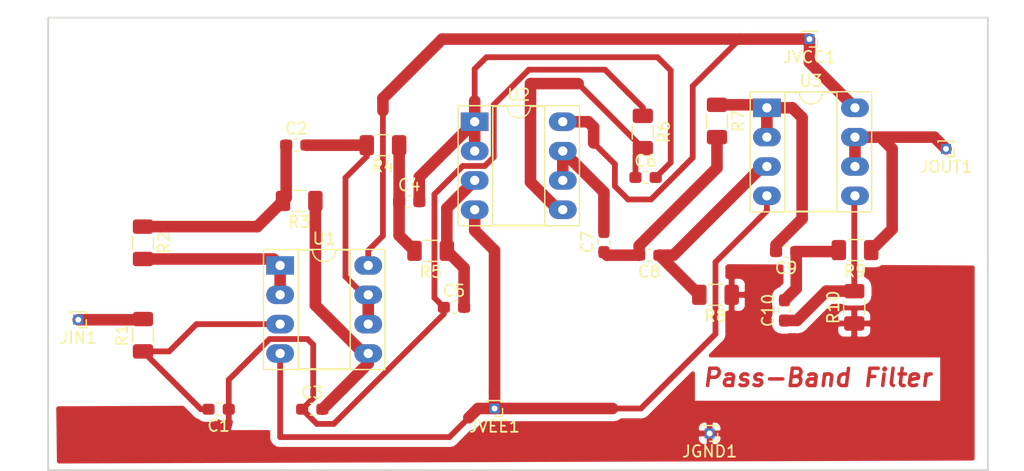
<source format=kicad_pcb>
(kicad_pcb (version 20171130) (host pcbnew "(5.0.1)-rc2")

  (general
    (thickness 1.6)
    (drawings 7)
    (tracks 153)
    (zones 0)
    (modules 28)
    (nets 21)
  )

  (page A4)
  (layers
    (0 F.Cu signal)
    (31 B.Cu signal)
    (32 B.Adhes user)
    (33 F.Adhes user)
    (34 B.Paste user)
    (35 F.Paste user)
    (36 B.SilkS user)
    (37 F.SilkS user)
    (38 B.Mask user)
    (39 F.Mask user)
    (40 Dwgs.User user)
    (41 Cmts.User user)
    (42 Eco1.User user)
    (43 Eco2.User user)
    (44 Edge.Cuts user)
    (45 Margin user)
    (46 B.CrtYd user)
    (47 F.CrtYd user)
    (48 B.Fab user)
    (49 F.Fab user)
  )

  (setup
    (last_trace_width 0.5)
    (trace_clearance 0.2)
    (zone_clearance 0.6)
    (zone_45_only no)
    (trace_min 0.2)
    (segment_width 0.2)
    (edge_width 0.15)
    (via_size 0.8)
    (via_drill 0.4)
    (via_min_size 0.4)
    (via_min_drill 0.3)
    (uvia_size 0.3)
    (uvia_drill 0.1)
    (uvias_allowed no)
    (uvia_min_size 0.2)
    (uvia_min_drill 0.1)
    (pcb_text_width 0.3)
    (pcb_text_size 1.5 1.5)
    (mod_edge_width 0.15)
    (mod_text_size 1 1)
    (mod_text_width 0.15)
    (pad_size 1.524 1.524)
    (pad_drill 0.762)
    (pad_to_mask_clearance 0.051)
    (solder_mask_min_width 0.25)
    (aux_axis_origin 0 0)
    (visible_elements 7FFFFFFF)
    (pcbplotparams
      (layerselection 0x010fc_ffffffff)
      (usegerberextensions false)
      (usegerberattributes false)
      (usegerberadvancedattributes false)
      (creategerberjobfile false)
      (excludeedgelayer true)
      (linewidth 0.100000)
      (plotframeref false)
      (viasonmask false)
      (mode 1)
      (useauxorigin false)
      (hpglpennumber 1)
      (hpglpenspeed 20)
      (hpglpendiameter 15.000000)
      (psnegative false)
      (psa4output false)
      (plotreference true)
      (plotvalue true)
      (plotinvisibletext false)
      (padsonsilk false)
      (subtractmaskfromsilk false)
      (outputformat 1)
      (mirror false)
      (drillshape 1)
      (scaleselection 1)
      (outputdirectory "./"))
  )

  (net 0 "")
  (net 1 "Net-(C1-Pad2)")
  (net 2 "Net-(C2-Pad2)")
  (net 3 GND)
  (net 4 "Net-(C3-Pad2)")
  (net 5 "Net-(C4-Pad1)")
  (net 6 "Net-(C4-Pad2)")
  (net 7 "Net-(C7-Pad1)")
  (net 8 "Net-(C7-Pad2)")
  (net 9 "Net-(C8-Pad1)")
  (net 10 "Net-(C10-Pad2)")
  (net 11 Vcc)
  (net 12 In)
  (net 13 Out)
  (net 14 Vee)
  (net 15 "Net-(R2-Pad2)")
  (net 16 "Net-(C2-Pad1)")
  (net 17 "Net-(C5-Pad2)")
  (net 18 "Net-(C6-Pad1)")
  (net 19 "Net-(C9-Pad2)")
  (net 20 "Net-(C10-Pad1)")

  (net_class Default "Esta es la clase de red por defecto."
    (clearance 0.2)
    (trace_width 0.5)
    (via_dia 0.8)
    (via_drill 0.4)
    (uvia_dia 0.3)
    (uvia_drill 0.1)
    (add_net GND)
    (add_net In)
    (add_net "Net-(C1-Pad2)")
    (add_net "Net-(C10-Pad1)")
    (add_net "Net-(C10-Pad2)")
    (add_net "Net-(C2-Pad1)")
    (add_net "Net-(C2-Pad2)")
    (add_net "Net-(C3-Pad2)")
    (add_net "Net-(C4-Pad1)")
    (add_net "Net-(C4-Pad2)")
    (add_net "Net-(C5-Pad2)")
    (add_net "Net-(C6-Pad1)")
    (add_net "Net-(C7-Pad1)")
    (add_net "Net-(C7-Pad2)")
    (add_net "Net-(C8-Pad1)")
    (add_net "Net-(C9-Pad2)")
    (add_net "Net-(R2-Pad2)")
    (add_net Out)
    (add_net Vcc)
    (add_net Vee)
  )

  (module Capacitor_SMD:C_0603_1608Metric_Pad1.05x0.95mm_HandSolder (layer F.Cu) (tedit 5B301BBE) (tstamp 5C474A86)
    (at 52.183 43.4975)
    (descr "Capacitor SMD 0603 (1608 Metric), square (rectangular) end terminal, IPC_7351 nominal with elongated pad for handsoldering. (Body size source: http://www.tortai-tech.com/upload/download/2011102023233369053.pdf), generated with kicad-footprint-generator")
    (tags "capacitor handsolder")
    (path /5C3A8E2B)
    (attr smd)
    (fp_text reference C4 (at 0 -1.43) (layer F.SilkS)
      (effects (font (size 1 1) (thickness 0.15)))
    )
    (fp_text value 43.9n (at 0 1.43) (layer F.Fab)
      (effects (font (size 1 1) (thickness 0.15)))
    )
    (fp_line (start -0.8 0.4) (end -0.8 -0.4) (layer F.Fab) (width 0.1))
    (fp_line (start -0.8 -0.4) (end 0.8 -0.4) (layer F.Fab) (width 0.1))
    (fp_line (start 0.8 -0.4) (end 0.8 0.4) (layer F.Fab) (width 0.1))
    (fp_line (start 0.8 0.4) (end -0.8 0.4) (layer F.Fab) (width 0.1))
    (fp_line (start -0.171267 -0.51) (end 0.171267 -0.51) (layer F.SilkS) (width 0.12))
    (fp_line (start -0.171267 0.51) (end 0.171267 0.51) (layer F.SilkS) (width 0.12))
    (fp_line (start -1.65 0.73) (end -1.65 -0.73) (layer F.CrtYd) (width 0.05))
    (fp_line (start -1.65 -0.73) (end 1.65 -0.73) (layer F.CrtYd) (width 0.05))
    (fp_line (start 1.65 -0.73) (end 1.65 0.73) (layer F.CrtYd) (width 0.05))
    (fp_line (start 1.65 0.73) (end -1.65 0.73) (layer F.CrtYd) (width 0.05))
    (fp_text user %R (at 0 0) (layer F.Fab)
      (effects (font (size 0.4 0.4) (thickness 0.06)))
    )
    (pad 1 smd roundrect (at -0.875 0) (size 1.05 0.95) (layers F.Cu F.Paste F.Mask) (roundrect_rratio 0.25)
      (net 5 "Net-(C4-Pad1)"))
    (pad 2 smd roundrect (at 0.875 0) (size 1.05 0.95) (layers F.Cu F.Paste F.Mask) (roundrect_rratio 0.25)
      (net 6 "Net-(C4-Pad2)"))
    (model ${KISYS3DMOD}/Capacitor_SMD.3dshapes/C_0603_1608Metric.wrl
      (at (xyz 0 0 0))
      (scale (xyz 1 1 1))
      (rotate (xyz 0 0 0))
    )
  )

  (module Capacitor_SMD:C_0603_1608Metric_Pad1.05x0.95mm_HandSolder (layer F.Cu) (tedit 5B301BBE) (tstamp 5C474A53)
    (at 35.701 61.468 180)
    (descr "Capacitor SMD 0603 (1608 Metric), square (rectangular) end terminal, IPC_7351 nominal with elongated pad for handsoldering. (Body size source: http://www.tortai-tech.com/upload/download/2011102023233369053.pdf), generated with kicad-footprint-generator")
    (tags "capacitor handsolder")
    (path /5C3B048F)
    (attr smd)
    (fp_text reference C1 (at 0 -1.43 180) (layer F.SilkS)
      (effects (font (size 1 1) (thickness 0.15)))
    )
    (fp_text value 39.6n (at 0 1.43 180) (layer F.Fab)
      (effects (font (size 1 1) (thickness 0.15)))
    )
    (fp_line (start -0.8 0.4) (end -0.8 -0.4) (layer F.Fab) (width 0.1))
    (fp_line (start -0.8 -0.4) (end 0.8 -0.4) (layer F.Fab) (width 0.1))
    (fp_line (start 0.8 -0.4) (end 0.8 0.4) (layer F.Fab) (width 0.1))
    (fp_line (start 0.8 0.4) (end -0.8 0.4) (layer F.Fab) (width 0.1))
    (fp_line (start -0.171267 -0.51) (end 0.171267 -0.51) (layer F.SilkS) (width 0.12))
    (fp_line (start -0.171267 0.51) (end 0.171267 0.51) (layer F.SilkS) (width 0.12))
    (fp_line (start -1.65 0.73) (end -1.65 -0.73) (layer F.CrtYd) (width 0.05))
    (fp_line (start -1.65 -0.73) (end 1.65 -0.73) (layer F.CrtYd) (width 0.05))
    (fp_line (start 1.65 -0.73) (end 1.65 0.73) (layer F.CrtYd) (width 0.05))
    (fp_line (start 1.65 0.73) (end -1.65 0.73) (layer F.CrtYd) (width 0.05))
    (fp_text user %R (at 0 0 180) (layer F.Fab)
      (effects (font (size 0.4 0.4) (thickness 0.06)))
    )
    (pad 1 smd roundrect (at -0.875 0 180) (size 1.05 0.95) (layers F.Cu F.Paste F.Mask) (roundrect_rratio 0.25)
      (net 3 GND))
    (pad 2 smd roundrect (at 0.875 0 180) (size 1.05 0.95) (layers F.Cu F.Paste F.Mask) (roundrect_rratio 0.25)
      (net 1 "Net-(C1-Pad2)"))
    (model ${KISYS3DMOD}/Capacitor_SMD.3dshapes/C_0603_1608Metric.wrl
      (at (xyz 0 0 0))
      (scale (xyz 1 1 1))
      (rotate (xyz 0 0 0))
    )
  )

  (module Capacitor_SMD:C_0603_1608Metric_Pad1.05x0.95mm_HandSolder (layer F.Cu) (tedit 5B301BBE) (tstamp 5C474A64)
    (at 42.418 38.599)
    (descr "Capacitor SMD 0603 (1608 Metric), square (rectangular) end terminal, IPC_7351 nominal with elongated pad for handsoldering. (Body size source: http://www.tortai-tech.com/upload/download/2011102023233369053.pdf), generated with kicad-footprint-generator")
    (tags "capacitor handsolder")
    (path /5C3A8D77)
    (attr smd)
    (fp_text reference C2 (at 0 -1.43) (layer F.SilkS)
      (effects (font (size 1 1) (thickness 0.15)))
    )
    (fp_text value 49n (at 0 1.43) (layer F.Fab)
      (effects (font (size 1 1) (thickness 0.15)))
    )
    (fp_text user %R (at 0 0) (layer F.Fab)
      (effects (font (size 0.4 0.4) (thickness 0.06)))
    )
    (fp_line (start 1.65 0.73) (end -1.65 0.73) (layer F.CrtYd) (width 0.05))
    (fp_line (start 1.65 -0.73) (end 1.65 0.73) (layer F.CrtYd) (width 0.05))
    (fp_line (start -1.65 -0.73) (end 1.65 -0.73) (layer F.CrtYd) (width 0.05))
    (fp_line (start -1.65 0.73) (end -1.65 -0.73) (layer F.CrtYd) (width 0.05))
    (fp_line (start -0.171267 0.51) (end 0.171267 0.51) (layer F.SilkS) (width 0.12))
    (fp_line (start -0.171267 -0.51) (end 0.171267 -0.51) (layer F.SilkS) (width 0.12))
    (fp_line (start 0.8 0.4) (end -0.8 0.4) (layer F.Fab) (width 0.1))
    (fp_line (start 0.8 -0.4) (end 0.8 0.4) (layer F.Fab) (width 0.1))
    (fp_line (start -0.8 -0.4) (end 0.8 -0.4) (layer F.Fab) (width 0.1))
    (fp_line (start -0.8 0.4) (end -0.8 -0.4) (layer F.Fab) (width 0.1))
    (pad 2 smd roundrect (at 0.875 0) (size 1.05 0.95) (layers F.Cu F.Paste F.Mask) (roundrect_rratio 0.25)
      (net 2 "Net-(C2-Pad2)"))
    (pad 1 smd roundrect (at -0.875 0) (size 1.05 0.95) (layers F.Cu F.Paste F.Mask) (roundrect_rratio 0.25)
      (net 16 "Net-(C2-Pad1)"))
    (model ${KISYS3DMOD}/Capacitor_SMD.3dshapes/C_0603_1608Metric.wrl
      (at (xyz 0 0 0))
      (scale (xyz 1 1 1))
      (rotate (xyz 0 0 0))
    )
  )

  (module Capacitor_SMD:C_0603_1608Metric_Pad1.05x0.95mm_HandSolder (layer F.Cu) (tedit 5B301BBE) (tstamp 5C474A75)
    (at 43.801 61.468)
    (descr "Capacitor SMD 0603 (1608 Metric), square (rectangular) end terminal, IPC_7351 nominal with elongated pad for handsoldering. (Body size source: http://www.tortai-tech.com/upload/download/2011102023233369053.pdf), generated with kicad-footprint-generator")
    (tags "capacitor handsolder")
    (path /5C3A8DF4)
    (attr smd)
    (fp_text reference C3 (at 0 -1.43) (layer F.SilkS)
      (effects (font (size 1 1) (thickness 0.15)))
    )
    (fp_text value 32n (at 0 1.43) (layer F.Fab)
      (effects (font (size 1 1) (thickness 0.15)))
    )
    (fp_line (start -0.8 0.4) (end -0.8 -0.4) (layer F.Fab) (width 0.1))
    (fp_line (start -0.8 -0.4) (end 0.8 -0.4) (layer F.Fab) (width 0.1))
    (fp_line (start 0.8 -0.4) (end 0.8 0.4) (layer F.Fab) (width 0.1))
    (fp_line (start 0.8 0.4) (end -0.8 0.4) (layer F.Fab) (width 0.1))
    (fp_line (start -0.171267 -0.51) (end 0.171267 -0.51) (layer F.SilkS) (width 0.12))
    (fp_line (start -0.171267 0.51) (end 0.171267 0.51) (layer F.SilkS) (width 0.12))
    (fp_line (start -1.65 0.73) (end -1.65 -0.73) (layer F.CrtYd) (width 0.05))
    (fp_line (start -1.65 -0.73) (end 1.65 -0.73) (layer F.CrtYd) (width 0.05))
    (fp_line (start 1.65 -0.73) (end 1.65 0.73) (layer F.CrtYd) (width 0.05))
    (fp_line (start 1.65 0.73) (end -1.65 0.73) (layer F.CrtYd) (width 0.05))
    (fp_text user %R (at 0 0) (layer F.Fab)
      (effects (font (size 0.4 0.4) (thickness 0.06)))
    )
    (pad 1 smd roundrect (at -0.875 0) (size 1.05 0.95) (layers F.Cu F.Paste F.Mask) (roundrect_rratio 0.25)
      (net 3 GND))
    (pad 2 smd roundrect (at 0.875 0) (size 1.05 0.95) (layers F.Cu F.Paste F.Mask) (roundrect_rratio 0.25)
      (net 4 "Net-(C3-Pad2)"))
    (model ${KISYS3DMOD}/Capacitor_SMD.3dshapes/C_0603_1608Metric.wrl
      (at (xyz 0 0 0))
      (scale (xyz 1 1 1))
      (rotate (xyz 0 0 0))
    )
  )

  (module Capacitor_SMD:C_0603_1608Metric_Pad1.05x0.95mm_HandSolder (layer F.Cu) (tedit 5B301BBE) (tstamp 5C474A97)
    (at 56.0565 52.6415)
    (descr "Capacitor SMD 0603 (1608 Metric), square (rectangular) end terminal, IPC_7351 nominal with elongated pad for handsoldering. (Body size source: http://www.tortai-tech.com/upload/download/2011102023233369053.pdf), generated with kicad-footprint-generator")
    (tags "capacitor handsolder")
    (path /5C3A8E43)
    (attr smd)
    (fp_text reference C5 (at 0 -1.43) (layer F.SilkS)
      (effects (font (size 1 1) (thickness 0.15)))
    )
    (fp_text value 35.9n (at 0 1.43) (layer F.Fab)
      (effects (font (size 1 1) (thickness 0.15)))
    )
    (fp_text user %R (at 0 0) (layer F.Fab)
      (effects (font (size 0.4 0.4) (thickness 0.06)))
    )
    (fp_line (start 1.65 0.73) (end -1.65 0.73) (layer F.CrtYd) (width 0.05))
    (fp_line (start 1.65 -0.73) (end 1.65 0.73) (layer F.CrtYd) (width 0.05))
    (fp_line (start -1.65 -0.73) (end 1.65 -0.73) (layer F.CrtYd) (width 0.05))
    (fp_line (start -1.65 0.73) (end -1.65 -0.73) (layer F.CrtYd) (width 0.05))
    (fp_line (start -0.171267 0.51) (end 0.171267 0.51) (layer F.SilkS) (width 0.12))
    (fp_line (start -0.171267 -0.51) (end 0.171267 -0.51) (layer F.SilkS) (width 0.12))
    (fp_line (start 0.8 0.4) (end -0.8 0.4) (layer F.Fab) (width 0.1))
    (fp_line (start 0.8 -0.4) (end 0.8 0.4) (layer F.Fab) (width 0.1))
    (fp_line (start -0.8 -0.4) (end 0.8 -0.4) (layer F.Fab) (width 0.1))
    (fp_line (start -0.8 0.4) (end -0.8 -0.4) (layer F.Fab) (width 0.1))
    (pad 2 smd roundrect (at 0.875 0) (size 1.05 0.95) (layers F.Cu F.Paste F.Mask) (roundrect_rratio 0.25)
      (net 17 "Net-(C5-Pad2)"))
    (pad 1 smd roundrect (at -0.875 0) (size 1.05 0.95) (layers F.Cu F.Paste F.Mask) (roundrect_rratio 0.25)
      (net 3 GND))
    (model ${KISYS3DMOD}/Capacitor_SMD.3dshapes/C_0603_1608Metric.wrl
      (at (xyz 0 0 0))
      (scale (xyz 1 1 1))
      (rotate (xyz 0 0 0))
    )
  )

  (module Capacitor_SMD:C_0603_1608Metric_Pad1.05x0.95mm_HandSolder (layer F.Cu) (tedit 5B301BBE) (tstamp 5C474AA8)
    (at 72.63 41.402)
    (descr "Capacitor SMD 0603 (1608 Metric), square (rectangular) end terminal, IPC_7351 nominal with elongated pad for handsoldering. (Body size source: http://www.tortai-tech.com/upload/download/2011102023233369053.pdf), generated with kicad-footprint-generator")
    (tags "capacitor handsolder")
    (path /5C3B8417)
    (attr smd)
    (fp_text reference C6 (at 0 -1.43) (layer F.SilkS)
      (effects (font (size 1 1) (thickness 0.15)))
    )
    (fp_text value 20n (at 0 1.43) (layer F.Fab)
      (effects (font (size 1 1) (thickness 0.15)))
    )
    (fp_text user %R (at 0 0) (layer F.Fab)
      (effects (font (size 0.4 0.4) (thickness 0.06)))
    )
    (fp_line (start 1.65 0.73) (end -1.65 0.73) (layer F.CrtYd) (width 0.05))
    (fp_line (start 1.65 -0.73) (end 1.65 0.73) (layer F.CrtYd) (width 0.05))
    (fp_line (start -1.65 -0.73) (end 1.65 -0.73) (layer F.CrtYd) (width 0.05))
    (fp_line (start -1.65 0.73) (end -1.65 -0.73) (layer F.CrtYd) (width 0.05))
    (fp_line (start -0.171267 0.51) (end 0.171267 0.51) (layer F.SilkS) (width 0.12))
    (fp_line (start -0.171267 -0.51) (end 0.171267 -0.51) (layer F.SilkS) (width 0.12))
    (fp_line (start 0.8 0.4) (end -0.8 0.4) (layer F.Fab) (width 0.1))
    (fp_line (start 0.8 -0.4) (end 0.8 0.4) (layer F.Fab) (width 0.1))
    (fp_line (start -0.8 -0.4) (end 0.8 -0.4) (layer F.Fab) (width 0.1))
    (fp_line (start -0.8 0.4) (end -0.8 -0.4) (layer F.Fab) (width 0.1))
    (pad 2 smd roundrect (at 0.875 0) (size 1.05 0.95) (layers F.Cu F.Paste F.Mask) (roundrect_rratio 0.25)
      (net 6 "Net-(C4-Pad2)"))
    (pad 1 smd roundrect (at -0.875 0) (size 1.05 0.95) (layers F.Cu F.Paste F.Mask) (roundrect_rratio 0.25)
      (net 18 "Net-(C6-Pad1)"))
    (model ${KISYS3DMOD}/Capacitor_SMD.3dshapes/C_0603_1608Metric.wrl
      (at (xyz 0 0 0))
      (scale (xyz 1 1 1))
      (rotate (xyz 0 0 0))
    )
  )

  (module Capacitor_SMD:C_0603_1608Metric_Pad1.05x0.95mm_HandSolder (layer F.Cu) (tedit 5B301BBE) (tstamp 5C474AB9)
    (at 69.0245 46.99 90)
    (descr "Capacitor SMD 0603 (1608 Metric), square (rectangular) end terminal, IPC_7351 nominal with elongated pad for handsoldering. (Body size source: http://www.tortai-tech.com/upload/download/2011102023233369053.pdf), generated with kicad-footprint-generator")
    (tags "capacitor handsolder")
    (path /5C3A8EB2)
    (attr smd)
    (fp_text reference C7 (at 0 -1.43 90) (layer F.SilkS)
      (effects (font (size 1 1) (thickness 0.15)))
    )
    (fp_text value 20n (at 0 1.43 90) (layer F.Fab)
      (effects (font (size 1 1) (thickness 0.15)))
    )
    (fp_line (start -0.8 0.4) (end -0.8 -0.4) (layer F.Fab) (width 0.1))
    (fp_line (start -0.8 -0.4) (end 0.8 -0.4) (layer F.Fab) (width 0.1))
    (fp_line (start 0.8 -0.4) (end 0.8 0.4) (layer F.Fab) (width 0.1))
    (fp_line (start 0.8 0.4) (end -0.8 0.4) (layer F.Fab) (width 0.1))
    (fp_line (start -0.171267 -0.51) (end 0.171267 -0.51) (layer F.SilkS) (width 0.12))
    (fp_line (start -0.171267 0.51) (end 0.171267 0.51) (layer F.SilkS) (width 0.12))
    (fp_line (start -1.65 0.73) (end -1.65 -0.73) (layer F.CrtYd) (width 0.05))
    (fp_line (start -1.65 -0.73) (end 1.65 -0.73) (layer F.CrtYd) (width 0.05))
    (fp_line (start 1.65 -0.73) (end 1.65 0.73) (layer F.CrtYd) (width 0.05))
    (fp_line (start 1.65 0.73) (end -1.65 0.73) (layer F.CrtYd) (width 0.05))
    (fp_text user %R (at 0 0 90) (layer F.Fab)
      (effects (font (size 0.4 0.4) (thickness 0.06)))
    )
    (pad 1 smd roundrect (at -0.875 0 90) (size 1.05 0.95) (layers F.Cu F.Paste F.Mask) (roundrect_rratio 0.25)
      (net 7 "Net-(C7-Pad1)"))
    (pad 2 smd roundrect (at 0.875 0 90) (size 1.05 0.95) (layers F.Cu F.Paste F.Mask) (roundrect_rratio 0.25)
      (net 8 "Net-(C7-Pad2)"))
    (model ${KISYS3DMOD}/Capacitor_SMD.3dshapes/C_0603_1608Metric.wrl
      (at (xyz 0 0 0))
      (scale (xyz 1 1 1))
      (rotate (xyz 0 0 0))
    )
  )

  (module Capacitor_SMD:C_0603_1608Metric_Pad1.05x0.95mm_HandSolder (layer F.Cu) (tedit 5B301BBE) (tstamp 5C474ACA)
    (at 72.9475 48.133 180)
    (descr "Capacitor SMD 0603 (1608 Metric), square (rectangular) end terminal, IPC_7351 nominal with elongated pad for handsoldering. (Body size source: http://www.tortai-tech.com/upload/download/2011102023233369053.pdf), generated with kicad-footprint-generator")
    (tags "capacitor handsolder")
    (path /5C3A8F27)
    (attr smd)
    (fp_text reference C8 (at 0 -1.43 180) (layer F.SilkS)
      (effects (font (size 1 1) (thickness 0.15)))
    )
    (fp_text value 20n (at 0 1.43 180) (layer F.Fab)
      (effects (font (size 1 1) (thickness 0.15)))
    )
    (fp_line (start -0.8 0.4) (end -0.8 -0.4) (layer F.Fab) (width 0.1))
    (fp_line (start -0.8 -0.4) (end 0.8 -0.4) (layer F.Fab) (width 0.1))
    (fp_line (start 0.8 -0.4) (end 0.8 0.4) (layer F.Fab) (width 0.1))
    (fp_line (start 0.8 0.4) (end -0.8 0.4) (layer F.Fab) (width 0.1))
    (fp_line (start -0.171267 -0.51) (end 0.171267 -0.51) (layer F.SilkS) (width 0.12))
    (fp_line (start -0.171267 0.51) (end 0.171267 0.51) (layer F.SilkS) (width 0.12))
    (fp_line (start -1.65 0.73) (end -1.65 -0.73) (layer F.CrtYd) (width 0.05))
    (fp_line (start -1.65 -0.73) (end 1.65 -0.73) (layer F.CrtYd) (width 0.05))
    (fp_line (start 1.65 -0.73) (end 1.65 0.73) (layer F.CrtYd) (width 0.05))
    (fp_line (start 1.65 0.73) (end -1.65 0.73) (layer F.CrtYd) (width 0.05))
    (fp_text user %R (at 0 0 180) (layer F.Fab)
      (effects (font (size 0.4 0.4) (thickness 0.06)))
    )
    (pad 1 smd roundrect (at -0.875 0 180) (size 1.05 0.95) (layers F.Cu F.Paste F.Mask) (roundrect_rratio 0.25)
      (net 9 "Net-(C8-Pad1)"))
    (pad 2 smd roundrect (at 0.875 0 180) (size 1.05 0.95) (layers F.Cu F.Paste F.Mask) (roundrect_rratio 0.25)
      (net 7 "Net-(C7-Pad1)"))
    (model ${KISYS3DMOD}/Capacitor_SMD.3dshapes/C_0603_1608Metric.wrl
      (at (xyz 0 0 0))
      (scale (xyz 1 1 1))
      (rotate (xyz 0 0 0))
    )
  )

  (module Capacitor_SMD:C_0603_1608Metric_Pad1.05x0.95mm_HandSolder (layer F.Cu) (tedit 5B301BBE) (tstamp 5C474ADB)
    (at 84.7865 47.8155 180)
    (descr "Capacitor SMD 0603 (1608 Metric), square (rectangular) end terminal, IPC_7351 nominal with elongated pad for handsoldering. (Body size source: http://www.tortai-tech.com/upload/download/2011102023233369053.pdf), generated with kicad-footprint-generator")
    (tags "capacitor handsolder")
    (path /5C3A8F6C)
    (attr smd)
    (fp_text reference C9 (at 0 -1.43 180) (layer F.SilkS)
      (effects (font (size 1 1) (thickness 0.15)))
    )
    (fp_text value 20n (at 0 1.43 180) (layer F.Fab)
      (effects (font (size 1 1) (thickness 0.15)))
    )
    (fp_text user %R (at 0 0 180) (layer F.Fab)
      (effects (font (size 0.4 0.4) (thickness 0.06)))
    )
    (fp_line (start 1.65 0.73) (end -1.65 0.73) (layer F.CrtYd) (width 0.05))
    (fp_line (start 1.65 -0.73) (end 1.65 0.73) (layer F.CrtYd) (width 0.05))
    (fp_line (start -1.65 -0.73) (end 1.65 -0.73) (layer F.CrtYd) (width 0.05))
    (fp_line (start -1.65 0.73) (end -1.65 -0.73) (layer F.CrtYd) (width 0.05))
    (fp_line (start -0.171267 0.51) (end 0.171267 0.51) (layer F.SilkS) (width 0.12))
    (fp_line (start -0.171267 -0.51) (end 0.171267 -0.51) (layer F.SilkS) (width 0.12))
    (fp_line (start 0.8 0.4) (end -0.8 0.4) (layer F.Fab) (width 0.1))
    (fp_line (start 0.8 -0.4) (end 0.8 0.4) (layer F.Fab) (width 0.1))
    (fp_line (start -0.8 -0.4) (end 0.8 -0.4) (layer F.Fab) (width 0.1))
    (fp_line (start -0.8 0.4) (end -0.8 -0.4) (layer F.Fab) (width 0.1))
    (pad 2 smd roundrect (at 0.875 0 180) (size 1.05 0.95) (layers F.Cu F.Paste F.Mask) (roundrect_rratio 0.25)
      (net 19 "Net-(C9-Pad2)"))
    (pad 1 smd roundrect (at -0.875 0 180) (size 1.05 0.95) (layers F.Cu F.Paste F.Mask) (roundrect_rratio 0.25)
      (net 10 "Net-(C10-Pad2)"))
    (model ${KISYS3DMOD}/Capacitor_SMD.3dshapes/C_0603_1608Metric.wrl
      (at (xyz 0 0 0))
      (scale (xyz 1 1 1))
      (rotate (xyz 0 0 0))
    )
  )

  (module Capacitor_SMD:C_0603_1608Metric_Pad1.05x0.95mm_HandSolder (layer F.Cu) (tedit 5B301BBE) (tstamp 5C474AEC)
    (at 84.6455 52.9095 90)
    (descr "Capacitor SMD 0603 (1608 Metric), square (rectangular) end terminal, IPC_7351 nominal with elongated pad for handsoldering. (Body size source: http://www.tortai-tech.com/upload/download/2011102023233369053.pdf), generated with kicad-footprint-generator")
    (tags "capacitor handsolder")
    (path /5C3A8F93)
    (attr smd)
    (fp_text reference C10 (at 0 -1.43 90) (layer F.SilkS)
      (effects (font (size 1 1) (thickness 0.15)))
    )
    (fp_text value 20n (at 0 1.43 90) (layer F.Fab)
      (effects (font (size 1 1) (thickness 0.15)))
    )
    (fp_text user %R (at 0 0 90) (layer F.Fab)
      (effects (font (size 0.4 0.4) (thickness 0.06)))
    )
    (fp_line (start 1.65 0.73) (end -1.65 0.73) (layer F.CrtYd) (width 0.05))
    (fp_line (start 1.65 -0.73) (end 1.65 0.73) (layer F.CrtYd) (width 0.05))
    (fp_line (start -1.65 -0.73) (end 1.65 -0.73) (layer F.CrtYd) (width 0.05))
    (fp_line (start -1.65 0.73) (end -1.65 -0.73) (layer F.CrtYd) (width 0.05))
    (fp_line (start -0.171267 0.51) (end 0.171267 0.51) (layer F.SilkS) (width 0.12))
    (fp_line (start -0.171267 -0.51) (end 0.171267 -0.51) (layer F.SilkS) (width 0.12))
    (fp_line (start 0.8 0.4) (end -0.8 0.4) (layer F.Fab) (width 0.1))
    (fp_line (start 0.8 -0.4) (end 0.8 0.4) (layer F.Fab) (width 0.1))
    (fp_line (start -0.8 -0.4) (end 0.8 -0.4) (layer F.Fab) (width 0.1))
    (fp_line (start -0.8 0.4) (end -0.8 -0.4) (layer F.Fab) (width 0.1))
    (pad 2 smd roundrect (at 0.875 0 90) (size 1.05 0.95) (layers F.Cu F.Paste F.Mask) (roundrect_rratio 0.25)
      (net 10 "Net-(C10-Pad2)"))
    (pad 1 smd roundrect (at -0.875 0 90) (size 1.05 0.95) (layers F.Cu F.Paste F.Mask) (roundrect_rratio 0.25)
      (net 20 "Net-(C10-Pad1)"))
    (model ${KISYS3DMOD}/Capacitor_SMD.3dshapes/C_0603_1608Metric.wrl
      (at (xyz 0 0 0))
      (scale (xyz 1 1 1))
      (rotate (xyz 0 0 0))
    )
  )

  (module Connector_PinHeader_1.00mm:PinHeader_1x01_P1.00mm_Vertical (layer F.Cu) (tedit 59FED738) (tstamp 5C474B18)
    (at 23.5585 53.721 180)
    (descr "Through hole straight pin header, 1x01, 1.00mm pitch, single row")
    (tags "Through hole pin header THT 1x01 1.00mm single row")
    (path /5C3BC48E)
    (fp_text reference JIN1 (at 0 -1.56 180) (layer F.SilkS)
      (effects (font (size 1 1) (thickness 0.15)))
    )
    (fp_text value Conn_01x01_Male (at 0 1.56 180) (layer F.Fab)
      (effects (font (size 1 1) (thickness 0.15)))
    )
    (fp_line (start -0.3175 -0.5) (end 0.635 -0.5) (layer F.Fab) (width 0.1))
    (fp_line (start 0.635 -0.5) (end 0.635 0.5) (layer F.Fab) (width 0.1))
    (fp_line (start 0.635 0.5) (end -0.635 0.5) (layer F.Fab) (width 0.1))
    (fp_line (start -0.635 0.5) (end -0.635 -0.1825) (layer F.Fab) (width 0.1))
    (fp_line (start -0.635 -0.1825) (end -0.3175 -0.5) (layer F.Fab) (width 0.1))
    (fp_line (start -0.695 0.685) (end 0.695 0.685) (layer F.SilkS) (width 0.12))
    (fp_line (start -0.695 0.685) (end -0.695 0.56) (layer F.SilkS) (width 0.12))
    (fp_line (start 0.695 0.685) (end 0.695 0.56) (layer F.SilkS) (width 0.12))
    (fp_line (start -0.695 0.685) (end -0.608276 0.685) (layer F.SilkS) (width 0.12))
    (fp_line (start 0.608276 0.685) (end 0.695 0.685) (layer F.SilkS) (width 0.12))
    (fp_line (start -0.695 0) (end -0.695 -0.685) (layer F.SilkS) (width 0.12))
    (fp_line (start -0.695 -0.685) (end 0 -0.685) (layer F.SilkS) (width 0.12))
    (fp_line (start -1.15 -1) (end -1.15 1) (layer F.CrtYd) (width 0.05))
    (fp_line (start -1.15 1) (end 1.15 1) (layer F.CrtYd) (width 0.05))
    (fp_line (start 1.15 1) (end 1.15 -1) (layer F.CrtYd) (width 0.05))
    (fp_line (start 1.15 -1) (end -1.15 -1) (layer F.CrtYd) (width 0.05))
    (fp_text user %R (at 0.127 -0.170999 270) (layer F.Fab)
      (effects (font (size 0.76 0.76) (thickness 0.114)))
    )
    (pad 1 thru_hole rect (at 0 0 180) (size 0.85 0.85) (drill 0.5) (layers *.Cu *.Mask)
      (net 12 In))
    (model ${KISYS3DMOD}/Connector_PinHeader_1.00mm.3dshapes/PinHeader_1x01_P1.00mm_Vertical.wrl
      (at (xyz 0 0 0))
      (scale (xyz 1 1 1))
      (rotate (xyz 0 0 0))
    )
  )

  (module Connector_PinHeader_1.00mm:PinHeader_1x01_P1.00mm_Vertical (layer F.Cu) (tedit 59FED738) (tstamp 5C474B2E)
    (at 98.6155 38.9255 180)
    (descr "Through hole straight pin header, 1x01, 1.00mm pitch, single row")
    (tags "Through hole pin header THT 1x01 1.00mm single row")
    (path /5C3BC546)
    (fp_text reference JOUT1 (at 0 -1.56 180) (layer F.SilkS)
      (effects (font (size 1 1) (thickness 0.15)))
    )
    (fp_text value Conn_01x01_Male (at 0 1.56 180) (layer F.Fab)
      (effects (font (size 1 1) (thickness 0.15)))
    )
    (fp_text user %R (at 0 0 270) (layer F.Fab)
      (effects (font (size 0.76 0.76) (thickness 0.114)))
    )
    (fp_line (start 1.15 -1) (end -1.15 -1) (layer F.CrtYd) (width 0.05))
    (fp_line (start 1.15 1) (end 1.15 -1) (layer F.CrtYd) (width 0.05))
    (fp_line (start -1.15 1) (end 1.15 1) (layer F.CrtYd) (width 0.05))
    (fp_line (start -1.15 -1) (end -1.15 1) (layer F.CrtYd) (width 0.05))
    (fp_line (start -0.695 -0.685) (end 0 -0.685) (layer F.SilkS) (width 0.12))
    (fp_line (start -0.695 0) (end -0.695 -0.685) (layer F.SilkS) (width 0.12))
    (fp_line (start 0.608276 0.685) (end 0.695 0.685) (layer F.SilkS) (width 0.12))
    (fp_line (start -0.695 0.685) (end -0.608276 0.685) (layer F.SilkS) (width 0.12))
    (fp_line (start 0.695 0.685) (end 0.695 0.56) (layer F.SilkS) (width 0.12))
    (fp_line (start -0.695 0.685) (end -0.695 0.56) (layer F.SilkS) (width 0.12))
    (fp_line (start -0.695 0.685) (end 0.695 0.685) (layer F.SilkS) (width 0.12))
    (fp_line (start -0.635 -0.1825) (end -0.3175 -0.5) (layer F.Fab) (width 0.1))
    (fp_line (start -0.635 0.5) (end -0.635 -0.1825) (layer F.Fab) (width 0.1))
    (fp_line (start 0.635 0.5) (end -0.635 0.5) (layer F.Fab) (width 0.1))
    (fp_line (start 0.635 -0.5) (end 0.635 0.5) (layer F.Fab) (width 0.1))
    (fp_line (start -0.3175 -0.5) (end 0.635 -0.5) (layer F.Fab) (width 0.1))
    (pad 1 thru_hole rect (at 0 0 180) (size 0.85 0.85) (drill 0.5) (layers *.Cu *.Mask)
      (net 13 Out))
    (model ${KISYS3DMOD}/Connector_PinHeader_1.00mm.3dshapes/PinHeader_1x01_P1.00mm_Vertical.wrl
      (at (xyz 0 0 0))
      (scale (xyz 1 1 1))
      (rotate (xyz 0 0 0))
    )
  )

  (module Connector_PinHeader_1.00mm:PinHeader_1x01_P1.00mm_Vertical (layer F.Cu) (tedit 59FED738) (tstamp 5C474B44)
    (at 59.563 61.4045 180)
    (descr "Through hole straight pin header, 1x01, 1.00mm pitch, single row")
    (tags "Through hole pin header THT 1x01 1.00mm single row")
    (path /5C3BE749)
    (fp_text reference JVEE1 (at 0 -1.56 180) (layer F.SilkS)
      (effects (font (size 1 1) (thickness 0.15)))
    )
    (fp_text value Conn_01x01_Male (at 0 1.56 180) (layer F.Fab)
      (effects (font (size 1 1) (thickness 0.15)))
    )
    (fp_text user %R (at 0 0 270) (layer F.Fab)
      (effects (font (size 0.76 0.76) (thickness 0.114)))
    )
    (fp_line (start 1.15 -1) (end -1.15 -1) (layer F.CrtYd) (width 0.05))
    (fp_line (start 1.15 1) (end 1.15 -1) (layer F.CrtYd) (width 0.05))
    (fp_line (start -1.15 1) (end 1.15 1) (layer F.CrtYd) (width 0.05))
    (fp_line (start -1.15 -1) (end -1.15 1) (layer F.CrtYd) (width 0.05))
    (fp_line (start -0.695 -0.685) (end 0 -0.685) (layer F.SilkS) (width 0.12))
    (fp_line (start -0.695 0) (end -0.695 -0.685) (layer F.SilkS) (width 0.12))
    (fp_line (start 0.608276 0.685) (end 0.695 0.685) (layer F.SilkS) (width 0.12))
    (fp_line (start -0.695 0.685) (end -0.608276 0.685) (layer F.SilkS) (width 0.12))
    (fp_line (start 0.695 0.685) (end 0.695 0.56) (layer F.SilkS) (width 0.12))
    (fp_line (start -0.695 0.685) (end -0.695 0.56) (layer F.SilkS) (width 0.12))
    (fp_line (start -0.695 0.685) (end 0.695 0.685) (layer F.SilkS) (width 0.12))
    (fp_line (start -0.635 -0.1825) (end -0.3175 -0.5) (layer F.Fab) (width 0.1))
    (fp_line (start -0.635 0.5) (end -0.635 -0.1825) (layer F.Fab) (width 0.1))
    (fp_line (start 0.635 0.5) (end -0.635 0.5) (layer F.Fab) (width 0.1))
    (fp_line (start 0.635 -0.5) (end 0.635 0.5) (layer F.Fab) (width 0.1))
    (fp_line (start -0.3175 -0.5) (end 0.635 -0.5) (layer F.Fab) (width 0.1))
    (pad 1 thru_hole rect (at 0 0 180) (size 0.85 0.85) (drill 0.5) (layers *.Cu *.Mask)
      (net 14 Vee))
    (model ${KISYS3DMOD}/Connector_PinHeader_1.00mm.3dshapes/PinHeader_1x01_P1.00mm_Vertical.wrl
      (at (xyz 0 0 0))
      (scale (xyz 1 1 1))
      (rotate (xyz 0 0 0))
    )
  )

  (module Resistor_SMD:R_1206_3216Metric (layer F.Cu) (tedit 5B301BBD) (tstamp 5C474B6B)
    (at 29.155358 55.061075 90)
    (descr "Resistor SMD 1206 (3216 Metric), square (rectangular) end terminal, IPC_7351 nominal, (Body size source: http://www.tortai-tech.com/upload/download/2011102023233369053.pdf), generated with kicad-footprint-generator")
    (tags resistor)
    (path /5C3B0488)
    (attr smd)
    (fp_text reference R1 (at 0 -1.82 90) (layer F.SilkS)
      (effects (font (size 1 1) (thickness 0.15)))
    )
    (fp_text value 1K (at 0 1.82 90) (layer F.Fab)
      (effects (font (size 1 1) (thickness 0.15)))
    )
    (fp_text user %R (at 0 0 90) (layer F.Fab)
      (effects (font (size 0.8 0.8) (thickness 0.12)))
    )
    (fp_line (start 2.28 1.12) (end -2.28 1.12) (layer F.CrtYd) (width 0.05))
    (fp_line (start 2.28 -1.12) (end 2.28 1.12) (layer F.CrtYd) (width 0.05))
    (fp_line (start -2.28 -1.12) (end 2.28 -1.12) (layer F.CrtYd) (width 0.05))
    (fp_line (start -2.28 1.12) (end -2.28 -1.12) (layer F.CrtYd) (width 0.05))
    (fp_line (start -0.602064 0.91) (end 0.602064 0.91) (layer F.SilkS) (width 0.12))
    (fp_line (start -0.602064 -0.91) (end 0.602064 -0.91) (layer F.SilkS) (width 0.12))
    (fp_line (start 1.6 0.8) (end -1.6 0.8) (layer F.Fab) (width 0.1))
    (fp_line (start 1.6 -0.8) (end 1.6 0.8) (layer F.Fab) (width 0.1))
    (fp_line (start -1.6 -0.8) (end 1.6 -0.8) (layer F.Fab) (width 0.1))
    (fp_line (start -1.6 0.8) (end -1.6 -0.8) (layer F.Fab) (width 0.1))
    (pad 2 smd roundrect (at 1.4 0 90) (size 1.25 1.75) (layers F.Cu F.Paste F.Mask) (roundrect_rratio 0.2)
      (net 12 In))
    (pad 1 smd roundrect (at -1.4 0 90) (size 1.25 1.75) (layers F.Cu F.Paste F.Mask) (roundrect_rratio 0.2)
      (net 1 "Net-(C1-Pad2)"))
    (model ${KISYS3DMOD}/Resistor_SMD.3dshapes/R_1206_3216Metric.wrl
      (at (xyz 0 0 0))
      (scale (xyz 1 1 1))
      (rotate (xyz 0 0 0))
    )
  )

  (module Resistor_SMD:R_1206_3216Metric (layer F.Cu) (tedit 5B301BBD) (tstamp 5C474B7C)
    (at 29.155358 47.060075 270)
    (descr "Resistor SMD 1206 (3216 Metric), square (rectangular) end terminal, IPC_7351 nominal, (Body size source: http://www.tortai-tech.com/upload/download/2011102023233369053.pdf), generated with kicad-footprint-generator")
    (tags resistor)
    (path /5C3A8C3A)
    (attr smd)
    (fp_text reference R2 (at 0 -1.82 270) (layer F.SilkS)
      (effects (font (size 1 1) (thickness 0.15)))
    )
    (fp_text value 1K (at 0 1.82 270) (layer F.Fab)
      (effects (font (size 1 1) (thickness 0.15)))
    )
    (fp_line (start -1.6 0.8) (end -1.6 -0.8) (layer F.Fab) (width 0.1))
    (fp_line (start -1.6 -0.8) (end 1.6 -0.8) (layer F.Fab) (width 0.1))
    (fp_line (start 1.6 -0.8) (end 1.6 0.8) (layer F.Fab) (width 0.1))
    (fp_line (start 1.6 0.8) (end -1.6 0.8) (layer F.Fab) (width 0.1))
    (fp_line (start -0.602064 -0.91) (end 0.602064 -0.91) (layer F.SilkS) (width 0.12))
    (fp_line (start -0.602064 0.91) (end 0.602064 0.91) (layer F.SilkS) (width 0.12))
    (fp_line (start -2.28 1.12) (end -2.28 -1.12) (layer F.CrtYd) (width 0.05))
    (fp_line (start -2.28 -1.12) (end 2.28 -1.12) (layer F.CrtYd) (width 0.05))
    (fp_line (start 2.28 -1.12) (end 2.28 1.12) (layer F.CrtYd) (width 0.05))
    (fp_line (start 2.28 1.12) (end -2.28 1.12) (layer F.CrtYd) (width 0.05))
    (fp_text user %R (at 0 0 270) (layer F.Fab)
      (effects (font (size 0.8 0.8) (thickness 0.12)))
    )
    (pad 1 smd roundrect (at -1.4 0 270) (size 1.25 1.75) (layers F.Cu F.Paste F.Mask) (roundrect_rratio 0.2)
      (net 16 "Net-(C2-Pad1)"))
    (pad 2 smd roundrect (at 1.4 0 270) (size 1.25 1.75) (layers F.Cu F.Paste F.Mask) (roundrect_rratio 0.2)
      (net 15 "Net-(R2-Pad2)"))
    (model ${KISYS3DMOD}/Resistor_SMD.3dshapes/R_1206_3216Metric.wrl
      (at (xyz 0 0 0))
      (scale (xyz 1 1 1))
      (rotate (xyz 0 0 0))
    )
  )

  (module Resistor_SMD:R_1206_3216Metric (layer F.Cu) (tedit 5B301BBD) (tstamp 5C474B8D)
    (at 42.669 43.434 180)
    (descr "Resistor SMD 1206 (3216 Metric), square (rectangular) end terminal, IPC_7351 nominal, (Body size source: http://www.tortai-tech.com/upload/download/2011102023233369053.pdf), generated with kicad-footprint-generator")
    (tags resistor)
    (path /5C3A8CCE)
    (attr smd)
    (fp_text reference R3 (at 0 -1.82 180) (layer F.SilkS)
      (effects (font (size 1 1) (thickness 0.15)))
    )
    (fp_text value 1K (at 0 1.82 180) (layer F.Fab)
      (effects (font (size 1 1) (thickness 0.15)))
    )
    (fp_line (start -1.6 0.8) (end -1.6 -0.8) (layer F.Fab) (width 0.1))
    (fp_line (start -1.6 -0.8) (end 1.6 -0.8) (layer F.Fab) (width 0.1))
    (fp_line (start 1.6 -0.8) (end 1.6 0.8) (layer F.Fab) (width 0.1))
    (fp_line (start 1.6 0.8) (end -1.6 0.8) (layer F.Fab) (width 0.1))
    (fp_line (start -0.602064 -0.91) (end 0.602064 -0.91) (layer F.SilkS) (width 0.12))
    (fp_line (start -0.602064 0.91) (end 0.602064 0.91) (layer F.SilkS) (width 0.12))
    (fp_line (start -2.28 1.12) (end -2.28 -1.12) (layer F.CrtYd) (width 0.05))
    (fp_line (start -2.28 -1.12) (end 2.28 -1.12) (layer F.CrtYd) (width 0.05))
    (fp_line (start 2.28 -1.12) (end 2.28 1.12) (layer F.CrtYd) (width 0.05))
    (fp_line (start 2.28 1.12) (end -2.28 1.12) (layer F.CrtYd) (width 0.05))
    (fp_text user %R (at 0 0 180) (layer F.Fab)
      (effects (font (size 0.8 0.8) (thickness 0.12)))
    )
    (pad 1 smd roundrect (at -1.4 0 180) (size 1.25 1.75) (layers F.Cu F.Paste F.Mask) (roundrect_rratio 0.2)
      (net 4 "Net-(C3-Pad2)"))
    (pad 2 smd roundrect (at 1.4 0 180) (size 1.25 1.75) (layers F.Cu F.Paste F.Mask) (roundrect_rratio 0.2)
      (net 16 "Net-(C2-Pad1)"))
    (model ${KISYS3DMOD}/Resistor_SMD.3dshapes/R_1206_3216Metric.wrl
      (at (xyz 0 0 0))
      (scale (xyz 1 1 1))
      (rotate (xyz 0 0 0))
    )
  )

  (module Resistor_SMD:R_1206_3216Metric (layer F.Cu) (tedit 5B301BBD) (tstamp 5C474B9E)
    (at 49.914 38.608 180)
    (descr "Resistor SMD 1206 (3216 Metric), square (rectangular) end terminal, IPC_7351 nominal, (Body size source: http://www.tortai-tech.com/upload/download/2011102023233369053.pdf), generated with kicad-footprint-generator")
    (tags resistor)
    (path /5C3A8D15)
    (attr smd)
    (fp_text reference R4 (at 0 -1.82 180) (layer F.SilkS)
      (effects (font (size 1 1) (thickness 0.15)))
    )
    (fp_text value 1K (at 0 1.82 180) (layer F.Fab)
      (effects (font (size 1 1) (thickness 0.15)))
    )
    (fp_text user %R (at 0 0 180) (layer F.Fab)
      (effects (font (size 0.8 0.8) (thickness 0.12)))
    )
    (fp_line (start 2.28 1.12) (end -2.28 1.12) (layer F.CrtYd) (width 0.05))
    (fp_line (start 2.28 -1.12) (end 2.28 1.12) (layer F.CrtYd) (width 0.05))
    (fp_line (start -2.28 -1.12) (end 2.28 -1.12) (layer F.CrtYd) (width 0.05))
    (fp_line (start -2.28 1.12) (end -2.28 -1.12) (layer F.CrtYd) (width 0.05))
    (fp_line (start -0.602064 0.91) (end 0.602064 0.91) (layer F.SilkS) (width 0.12))
    (fp_line (start -0.602064 -0.91) (end 0.602064 -0.91) (layer F.SilkS) (width 0.12))
    (fp_line (start 1.6 0.8) (end -1.6 0.8) (layer F.Fab) (width 0.1))
    (fp_line (start 1.6 -0.8) (end 1.6 0.8) (layer F.Fab) (width 0.1))
    (fp_line (start -1.6 -0.8) (end 1.6 -0.8) (layer F.Fab) (width 0.1))
    (fp_line (start -1.6 0.8) (end -1.6 -0.8) (layer F.Fab) (width 0.1))
    (pad 2 smd roundrect (at 1.4 0 180) (size 1.25 1.75) (layers F.Cu F.Paste F.Mask) (roundrect_rratio 0.2)
      (net 2 "Net-(C2-Pad2)"))
    (pad 1 smd roundrect (at -1.4 0 180) (size 1.25 1.75) (layers F.Cu F.Paste F.Mask) (roundrect_rratio 0.2)
      (net 5 "Net-(C4-Pad1)"))
    (model ${KISYS3DMOD}/Resistor_SMD.3dshapes/R_1206_3216Metric.wrl
      (at (xyz 0 0 0))
      (scale (xyz 1 1 1))
      (rotate (xyz 0 0 0))
    )
  )

  (module Resistor_SMD:R_1206_3216Metric (layer F.Cu) (tedit 5B301BBD) (tstamp 5C474BAF)
    (at 54.0415 47.752 180)
    (descr "Resistor SMD 1206 (3216 Metric), square (rectangular) end terminal, IPC_7351 nominal, (Body size source: http://www.tortai-tech.com/upload/download/2011102023233369053.pdf), generated with kicad-footprint-generator")
    (tags resistor)
    (path /5C3A8D2C)
    (attr smd)
    (fp_text reference R5 (at 0 -1.82 180) (layer F.SilkS)
      (effects (font (size 1 1) (thickness 0.15)))
    )
    (fp_text value 1K (at 0 1.82 180) (layer F.Fab)
      (effects (font (size 1 1) (thickness 0.15)))
    )
    (fp_line (start -1.6 0.8) (end -1.6 -0.8) (layer F.Fab) (width 0.1))
    (fp_line (start -1.6 -0.8) (end 1.6 -0.8) (layer F.Fab) (width 0.1))
    (fp_line (start 1.6 -0.8) (end 1.6 0.8) (layer F.Fab) (width 0.1))
    (fp_line (start 1.6 0.8) (end -1.6 0.8) (layer F.Fab) (width 0.1))
    (fp_line (start -0.602064 -0.91) (end 0.602064 -0.91) (layer F.SilkS) (width 0.12))
    (fp_line (start -0.602064 0.91) (end 0.602064 0.91) (layer F.SilkS) (width 0.12))
    (fp_line (start -2.28 1.12) (end -2.28 -1.12) (layer F.CrtYd) (width 0.05))
    (fp_line (start -2.28 -1.12) (end 2.28 -1.12) (layer F.CrtYd) (width 0.05))
    (fp_line (start 2.28 -1.12) (end 2.28 1.12) (layer F.CrtYd) (width 0.05))
    (fp_line (start 2.28 1.12) (end -2.28 1.12) (layer F.CrtYd) (width 0.05))
    (fp_text user %R (at 0 0 180) (layer F.Fab)
      (effects (font (size 0.8 0.8) (thickness 0.12)))
    )
    (pad 1 smd roundrect (at -1.4 0 180) (size 1.25 1.75) (layers F.Cu F.Paste F.Mask) (roundrect_rratio 0.2)
      (net 17 "Net-(C5-Pad2)"))
    (pad 2 smd roundrect (at 1.4 0 180) (size 1.25 1.75) (layers F.Cu F.Paste F.Mask) (roundrect_rratio 0.2)
      (net 5 "Net-(C4-Pad1)"))
    (model ${KISYS3DMOD}/Resistor_SMD.3dshapes/R_1206_3216Metric.wrl
      (at (xyz 0 0 0))
      (scale (xyz 1 1 1))
      (rotate (xyz 0 0 0))
    )
  )

  (module Resistor_SMD:R_1206_3216Metric (layer F.Cu) (tedit 5B301BBD) (tstamp 5C474BC0)
    (at 72.39 37.465 270)
    (descr "Resistor SMD 1206 (3216 Metric), square (rectangular) end terminal, IPC_7351 nominal, (Body size source: http://www.tortai-tech.com/upload/download/2011102023233369053.pdf), generated with kicad-footprint-generator")
    (tags resistor)
    (path /5C3B841E)
    (attr smd)
    (fp_text reference R6 (at 0 -1.82 270) (layer F.SilkS)
      (effects (font (size 1 1) (thickness 0.15)))
    )
    (fp_text value 13.3K (at 0 1.82 270) (layer F.Fab)
      (effects (font (size 1 1) (thickness 0.15)))
    )
    (fp_text user %R (at 0 0 270) (layer F.Fab)
      (effects (font (size 0.8 0.8) (thickness 0.12)))
    )
    (fp_line (start 2.28 1.12) (end -2.28 1.12) (layer F.CrtYd) (width 0.05))
    (fp_line (start 2.28 -1.12) (end 2.28 1.12) (layer F.CrtYd) (width 0.05))
    (fp_line (start -2.28 -1.12) (end 2.28 -1.12) (layer F.CrtYd) (width 0.05))
    (fp_line (start -2.28 1.12) (end -2.28 -1.12) (layer F.CrtYd) (width 0.05))
    (fp_line (start -0.602064 0.91) (end 0.602064 0.91) (layer F.SilkS) (width 0.12))
    (fp_line (start -0.602064 -0.91) (end 0.602064 -0.91) (layer F.SilkS) (width 0.12))
    (fp_line (start 1.6 0.8) (end -1.6 0.8) (layer F.Fab) (width 0.1))
    (fp_line (start 1.6 -0.8) (end 1.6 0.8) (layer F.Fab) (width 0.1))
    (fp_line (start -1.6 -0.8) (end 1.6 -0.8) (layer F.Fab) (width 0.1))
    (fp_line (start -1.6 0.8) (end -1.6 -0.8) (layer F.Fab) (width 0.1))
    (pad 2 smd roundrect (at 1.4 0 270) (size 1.25 1.75) (layers F.Cu F.Paste F.Mask) (roundrect_rratio 0.2)
      (net 18 "Net-(C6-Pad1)"))
    (pad 1 smd roundrect (at -1.4 0 270) (size 1.25 1.75) (layers F.Cu F.Paste F.Mask) (roundrect_rratio 0.2)
      (net 3 GND))
    (model ${KISYS3DMOD}/Resistor_SMD.3dshapes/R_1206_3216Metric.wrl
      (at (xyz 0 0 0))
      (scale (xyz 1 1 1))
      (rotate (xyz 0 0 0))
    )
  )

  (module Resistor_SMD:R_1206_3216Metric (layer F.Cu) (tedit 5B301BBD) (tstamp 5C474BD1)
    (at 78.8035 36.5095 270)
    (descr "Resistor SMD 1206 (3216 Metric), square (rectangular) end terminal, IPC_7351 nominal, (Body size source: http://www.tortai-tech.com/upload/download/2011102023233369053.pdf), generated with kicad-footprint-generator")
    (tags resistor)
    (path /5C3A9021)
    (attr smd)
    (fp_text reference R7 (at 0 -1.82 270) (layer F.SilkS)
      (effects (font (size 1 1) (thickness 0.15)))
    )
    (fp_text value 10.78K (at 0 1.82 270) (layer F.Fab)
      (effects (font (size 1 1) (thickness 0.15)))
    )
    (fp_line (start -1.6 0.8) (end -1.6 -0.8) (layer F.Fab) (width 0.1))
    (fp_line (start -1.6 -0.8) (end 1.6 -0.8) (layer F.Fab) (width 0.1))
    (fp_line (start 1.6 -0.8) (end 1.6 0.8) (layer F.Fab) (width 0.1))
    (fp_line (start 1.6 0.8) (end -1.6 0.8) (layer F.Fab) (width 0.1))
    (fp_line (start -0.602064 -0.91) (end 0.602064 -0.91) (layer F.SilkS) (width 0.12))
    (fp_line (start -0.602064 0.91) (end 0.602064 0.91) (layer F.SilkS) (width 0.12))
    (fp_line (start -2.28 1.12) (end -2.28 -1.12) (layer F.CrtYd) (width 0.05))
    (fp_line (start -2.28 -1.12) (end 2.28 -1.12) (layer F.CrtYd) (width 0.05))
    (fp_line (start 2.28 -1.12) (end 2.28 1.12) (layer F.CrtYd) (width 0.05))
    (fp_line (start 2.28 1.12) (end -2.28 1.12) (layer F.CrtYd) (width 0.05))
    (fp_text user %R (at 0 0 270) (layer F.Fab)
      (effects (font (size 0.8 0.8) (thickness 0.12)))
    )
    (pad 1 smd roundrect (at -1.4 0 270) (size 1.25 1.75) (layers F.Cu F.Paste F.Mask) (roundrect_rratio 0.2)
      (net 19 "Net-(C9-Pad2)"))
    (pad 2 smd roundrect (at 1.4 0 270) (size 1.25 1.75) (layers F.Cu F.Paste F.Mask) (roundrect_rratio 0.2)
      (net 7 "Net-(C7-Pad1)"))
    (model ${KISYS3DMOD}/Resistor_SMD.3dshapes/R_1206_3216Metric.wrl
      (at (xyz 0 0 0))
      (scale (xyz 1 1 1))
      (rotate (xyz 0 0 0))
    )
  )

  (module Resistor_SMD:R_1206_3216Metric (layer F.Cu) (tedit 5B301BBD) (tstamp 5C474BE2)
    (at 78.6765 51.562 180)
    (descr "Resistor SMD 1206 (3216 Metric), square (rectangular) end terminal, IPC_7351 nominal, (Body size source: http://www.tortai-tech.com/upload/download/2011102023233369053.pdf), generated with kicad-footprint-generator")
    (tags resistor)
    (path /5C3A90A2)
    (attr smd)
    (fp_text reference R8 (at 0 -1.82 180) (layer F.SilkS)
      (effects (font (size 1 1) (thickness 0.15)))
    )
    (fp_text value 16.4K (at 0 1.82 180) (layer F.Fab)
      (effects (font (size 1 1) (thickness 0.15)))
    )
    (fp_line (start -1.6 0.8) (end -1.6 -0.8) (layer F.Fab) (width 0.1))
    (fp_line (start -1.6 -0.8) (end 1.6 -0.8) (layer F.Fab) (width 0.1))
    (fp_line (start 1.6 -0.8) (end 1.6 0.8) (layer F.Fab) (width 0.1))
    (fp_line (start 1.6 0.8) (end -1.6 0.8) (layer F.Fab) (width 0.1))
    (fp_line (start -0.602064 -0.91) (end 0.602064 -0.91) (layer F.SilkS) (width 0.12))
    (fp_line (start -0.602064 0.91) (end 0.602064 0.91) (layer F.SilkS) (width 0.12))
    (fp_line (start -2.28 1.12) (end -2.28 -1.12) (layer F.CrtYd) (width 0.05))
    (fp_line (start -2.28 -1.12) (end 2.28 -1.12) (layer F.CrtYd) (width 0.05))
    (fp_line (start 2.28 -1.12) (end 2.28 1.12) (layer F.CrtYd) (width 0.05))
    (fp_line (start 2.28 1.12) (end -2.28 1.12) (layer F.CrtYd) (width 0.05))
    (fp_text user %R (at 0 0 180) (layer F.Fab)
      (effects (font (size 0.8 0.8) (thickness 0.12)))
    )
    (pad 1 smd roundrect (at -1.4 0 180) (size 1.25 1.75) (layers F.Cu F.Paste F.Mask) (roundrect_rratio 0.2)
      (net 3 GND))
    (pad 2 smd roundrect (at 1.4 0 180) (size 1.25 1.75) (layers F.Cu F.Paste F.Mask) (roundrect_rratio 0.2)
      (net 9 "Net-(C8-Pad1)"))
    (model ${KISYS3DMOD}/Resistor_SMD.3dshapes/R_1206_3216Metric.wrl
      (at (xyz 0 0 0))
      (scale (xyz 1 1 1))
      (rotate (xyz 0 0 0))
    )
  )

  (module Resistor_SMD:R_1206_3216Metric (layer F.Cu) (tedit 5B301BBD) (tstamp 5C474BF3)
    (at 90.7445 47.6885 180)
    (descr "Resistor SMD 1206 (3216 Metric), square (rectangular) end terminal, IPC_7351 nominal, (Body size source: http://www.tortai-tech.com/upload/download/2011102023233369053.pdf), generated with kicad-footprint-generator")
    (tags resistor)
    (path /5C3A9103)
    (attr smd)
    (fp_text reference R9 (at 0 -1.82 180) (layer F.SilkS)
      (effects (font (size 1 1) (thickness 0.15)))
    )
    (fp_text value 4.1K (at 0 1.82 180) (layer F.Fab)
      (effects (font (size 1 1) (thickness 0.15)))
    )
    (fp_text user %R (at 0 0 180) (layer F.Fab)
      (effects (font (size 0.8 0.8) (thickness 0.12)))
    )
    (fp_line (start 2.28 1.12) (end -2.28 1.12) (layer F.CrtYd) (width 0.05))
    (fp_line (start 2.28 -1.12) (end 2.28 1.12) (layer F.CrtYd) (width 0.05))
    (fp_line (start -2.28 -1.12) (end 2.28 -1.12) (layer F.CrtYd) (width 0.05))
    (fp_line (start -2.28 1.12) (end -2.28 -1.12) (layer F.CrtYd) (width 0.05))
    (fp_line (start -0.602064 0.91) (end 0.602064 0.91) (layer F.SilkS) (width 0.12))
    (fp_line (start -0.602064 -0.91) (end 0.602064 -0.91) (layer F.SilkS) (width 0.12))
    (fp_line (start 1.6 0.8) (end -1.6 0.8) (layer F.Fab) (width 0.1))
    (fp_line (start 1.6 -0.8) (end 1.6 0.8) (layer F.Fab) (width 0.1))
    (fp_line (start -1.6 -0.8) (end 1.6 -0.8) (layer F.Fab) (width 0.1))
    (fp_line (start -1.6 0.8) (end -1.6 -0.8) (layer F.Fab) (width 0.1))
    (pad 2 smd roundrect (at 1.4 0 180) (size 1.25 1.75) (layers F.Cu F.Paste F.Mask) (roundrect_rratio 0.2)
      (net 10 "Net-(C10-Pad2)"))
    (pad 1 smd roundrect (at -1.4 0 180) (size 1.25 1.75) (layers F.Cu F.Paste F.Mask) (roundrect_rratio 0.2)
      (net 13 Out))
    (model ${KISYS3DMOD}/Resistor_SMD.3dshapes/R_1206_3216Metric.wrl
      (at (xyz 0 0 0))
      (scale (xyz 1 1 1))
      (rotate (xyz 0 0 0))
    )
  )

  (module Resistor_SMD:R_1206_3216Metric (layer F.Cu) (tedit 5B301BBD) (tstamp 5C3B69D1)
    (at 90.678 52.6445 90)
    (descr "Resistor SMD 1206 (3216 Metric), square (rectangular) end terminal, IPC_7351 nominal, (Body size source: http://www.tortai-tech.com/upload/download/2011102023233369053.pdf), generated with kicad-footprint-generator")
    (tags resistor)
    (path /5C3A9123)
    (attr smd)
    (fp_text reference R10 (at 0 -1.82 90) (layer F.SilkS)
      (effects (font (size 1 1) (thickness 0.15)))
    )
    (fp_text value 43K (at 0 1.82 90) (layer F.Fab)
      (effects (font (size 1 1) (thickness 0.15)))
    )
    (fp_text user %R (at 0 0 90) (layer F.Fab)
      (effects (font (size 0.8 0.8) (thickness 0.12)))
    )
    (fp_line (start 2.28 1.12) (end -2.28 1.12) (layer F.CrtYd) (width 0.05))
    (fp_line (start 2.28 -1.12) (end 2.28 1.12) (layer F.CrtYd) (width 0.05))
    (fp_line (start -2.28 -1.12) (end 2.28 -1.12) (layer F.CrtYd) (width 0.05))
    (fp_line (start -2.28 1.12) (end -2.28 -1.12) (layer F.CrtYd) (width 0.05))
    (fp_line (start -0.602064 0.91) (end 0.602064 0.91) (layer F.SilkS) (width 0.12))
    (fp_line (start -0.602064 -0.91) (end 0.602064 -0.91) (layer F.SilkS) (width 0.12))
    (fp_line (start 1.6 0.8) (end -1.6 0.8) (layer F.Fab) (width 0.1))
    (fp_line (start 1.6 -0.8) (end 1.6 0.8) (layer F.Fab) (width 0.1))
    (fp_line (start -1.6 -0.8) (end 1.6 -0.8) (layer F.Fab) (width 0.1))
    (fp_line (start -1.6 0.8) (end -1.6 -0.8) (layer F.Fab) (width 0.1))
    (pad 2 smd roundrect (at 1.4 0 90) (size 1.25 1.75) (layers F.Cu F.Paste F.Mask) (roundrect_rratio 0.2)
      (net 20 "Net-(C10-Pad1)"))
    (pad 1 smd roundrect (at -1.4 0 90) (size 1.25 1.75) (layers F.Cu F.Paste F.Mask) (roundrect_rratio 0.2)
      (net 3 GND))
    (model ${KISYS3DMOD}/Resistor_SMD.3dshapes/R_1206_3216Metric.wrl
      (at (xyz 0 0 0))
      (scale (xyz 1 1 1))
      (rotate (xyz 0 0 0))
    )
  )

  (module Connector_PinHeader_1.00mm:PinHeader_1x01_P1.00mm_Vertical (layer F.Cu) (tedit 59FED738) (tstamp 5C3ACE47)
    (at 78.1685 63.5635 180)
    (descr "Through hole straight pin header, 1x01, 1.00mm pitch, single row")
    (tags "Through hole pin header THT 1x01 1.00mm single row")
    (path /5C3DAEDB)
    (fp_text reference JGND1 (at 0 -1.56 180) (layer F.SilkS)
      (effects (font (size 1 1) (thickness 0.15)))
    )
    (fp_text value Conn_01x01_Male (at 0 1.56 180) (layer F.Fab)
      (effects (font (size 1 1) (thickness 0.15)))
    )
    (fp_line (start -0.3175 -0.5) (end 0.635 -0.5) (layer F.Fab) (width 0.1))
    (fp_line (start 0.635 -0.5) (end 0.635 0.5) (layer F.Fab) (width 0.1))
    (fp_line (start 0.635 0.5) (end -0.635 0.5) (layer F.Fab) (width 0.1))
    (fp_line (start -0.635 0.5) (end -0.635 -0.1825) (layer F.Fab) (width 0.1))
    (fp_line (start -0.635 -0.1825) (end -0.3175 -0.5) (layer F.Fab) (width 0.1))
    (fp_line (start -0.695 0.685) (end 0.695 0.685) (layer F.SilkS) (width 0.12))
    (fp_line (start -0.695 0.685) (end -0.695 0.56) (layer F.SilkS) (width 0.12))
    (fp_line (start 0.695 0.685) (end 0.695 0.56) (layer F.SilkS) (width 0.12))
    (fp_line (start -0.695 0.685) (end -0.608276 0.685) (layer F.SilkS) (width 0.12))
    (fp_line (start 0.608276 0.685) (end 0.695 0.685) (layer F.SilkS) (width 0.12))
    (fp_line (start -0.695 0) (end -0.695 -0.685) (layer F.SilkS) (width 0.12))
    (fp_line (start -0.695 -0.685) (end 0 -0.685) (layer F.SilkS) (width 0.12))
    (fp_line (start -1.15 -1) (end -1.15 1) (layer F.CrtYd) (width 0.05))
    (fp_line (start -1.15 1) (end 1.15 1) (layer F.CrtYd) (width 0.05))
    (fp_line (start 1.15 1) (end 1.15 -1) (layer F.CrtYd) (width 0.05))
    (fp_line (start 1.15 -1) (end -1.15 -1) (layer F.CrtYd) (width 0.05))
    (fp_text user %R (at 0 0 270) (layer F.Fab)
      (effects (font (size 0.76 0.76) (thickness 0.114)))
    )
    (pad 1 thru_hole rect (at 0 0 180) (size 0.85 0.85) (drill 0.5) (layers *.Cu *.Mask)
      (net 3 GND))
    (model ${KISYS3DMOD}/Connector_PinHeader_1.00mm.3dshapes/PinHeader_1x01_P1.00mm_Vertical.wrl
      (at (xyz 0 0 0))
      (scale (xyz 1 1 1))
      (rotate (xyz 0 0 0))
    )
  )

  (module Connector_PinHeader_1.00mm:PinHeader_1x01_P1.00mm_Vertical (layer F.Cu) (tedit 59FED738) (tstamp 5C463C8C)
    (at 86.8045 29.420001 180)
    (descr "Through hole straight pin header, 1x01, 1.00mm pitch, single row")
    (tags "Through hole pin header THT 1x01 1.00mm single row")
    (path /5C3BD647)
    (fp_text reference JVCC1 (at 0 -1.56 180) (layer F.SilkS)
      (effects (font (size 1 1) (thickness 0.15)))
    )
    (fp_text value Conn_01x01_Male (at 0 1.56 180) (layer F.Fab)
      (effects (font (size 1 1) (thickness 0.15)))
    )
    (fp_text user %R (at 0 0 270) (layer F.Fab)
      (effects (font (size 0.76 0.76) (thickness 0.114)))
    )
    (fp_line (start 1.15 -1) (end -1.15 -1) (layer F.CrtYd) (width 0.05))
    (fp_line (start 1.15 1) (end 1.15 -1) (layer F.CrtYd) (width 0.05))
    (fp_line (start -1.15 1) (end 1.15 1) (layer F.CrtYd) (width 0.05))
    (fp_line (start -1.15 -1) (end -1.15 1) (layer F.CrtYd) (width 0.05))
    (fp_line (start -0.695 -0.685) (end 0 -0.685) (layer F.SilkS) (width 0.12))
    (fp_line (start -0.695 0) (end -0.695 -0.685) (layer F.SilkS) (width 0.12))
    (fp_line (start 0.608276 0.685) (end 0.695 0.685) (layer F.SilkS) (width 0.12))
    (fp_line (start -0.695 0.685) (end -0.608276 0.685) (layer F.SilkS) (width 0.12))
    (fp_line (start 0.695 0.685) (end 0.695 0.56) (layer F.SilkS) (width 0.12))
    (fp_line (start -0.695 0.685) (end -0.695 0.56) (layer F.SilkS) (width 0.12))
    (fp_line (start -0.695 0.685) (end 0.695 0.685) (layer F.SilkS) (width 0.12))
    (fp_line (start -0.635 -0.1825) (end -0.3175 -0.5) (layer F.Fab) (width 0.1))
    (fp_line (start -0.635 0.5) (end -0.635 -0.1825) (layer F.Fab) (width 0.1))
    (fp_line (start 0.635 0.5) (end -0.635 0.5) (layer F.Fab) (width 0.1))
    (fp_line (start 0.635 -0.5) (end 0.635 0.5) (layer F.Fab) (width 0.1))
    (fp_line (start -0.3175 -0.5) (end 0.635 -0.5) (layer F.Fab) (width 0.1))
    (pad 1 thru_hole rect (at 0 0 180) (size 0.85 0.85) (drill 0.5) (layers *.Cu *.Mask)
      (net 11 Vcc))
    (model ${KISYS3DMOD}/Connector_PinHeader_1.00mm.3dshapes/PinHeader_1x01_P1.00mm_Vertical.wrl
      (at (xyz 0 0 0))
      (scale (xyz 1 1 1))
      (rotate (xyz 0 0 0))
    )
  )

  (module Package_DIP:DIP-8_W7.62mm_Socket_LongPads (layer F.Cu) (tedit 5A02E8C5) (tstamp 5C47EE66)
    (at 41.021 49.022)
    (descr "8-lead though-hole mounted DIP package, row spacing 7.62 mm (300 mils), Socket, LongPads")
    (tags "THT DIP DIL PDIP 2.54mm 7.62mm 300mil Socket LongPads")
    (path /5C3A932A)
    (fp_text reference U1 (at 3.81 -2.33) (layer F.SilkS)
      (effects (font (size 1 1) (thickness 0.15)))
    )
    (fp_text value LM358 (at 3.81 9.95) (layer F.Fab)
      (effects (font (size 1 1) (thickness 0.15)))
    )
    (fp_text user %R (at 3.81 3.81) (layer F.Fab)
      (effects (font (size 1 1) (thickness 0.15)))
    )
    (fp_line (start 9.15 -1.6) (end -1.55 -1.6) (layer F.CrtYd) (width 0.05))
    (fp_line (start 9.15 9.2) (end 9.15 -1.6) (layer F.CrtYd) (width 0.05))
    (fp_line (start -1.55 9.2) (end 9.15 9.2) (layer F.CrtYd) (width 0.05))
    (fp_line (start -1.55 -1.6) (end -1.55 9.2) (layer F.CrtYd) (width 0.05))
    (fp_line (start 9.06 -1.39) (end -1.44 -1.39) (layer F.SilkS) (width 0.12))
    (fp_line (start 9.06 9.01) (end 9.06 -1.39) (layer F.SilkS) (width 0.12))
    (fp_line (start -1.44 9.01) (end 9.06 9.01) (layer F.SilkS) (width 0.12))
    (fp_line (start -1.44 -1.39) (end -1.44 9.01) (layer F.SilkS) (width 0.12))
    (fp_line (start 6.06 -1.33) (end 4.81 -1.33) (layer F.SilkS) (width 0.12))
    (fp_line (start 6.06 8.95) (end 6.06 -1.33) (layer F.SilkS) (width 0.12))
    (fp_line (start 1.56 8.95) (end 6.06 8.95) (layer F.SilkS) (width 0.12))
    (fp_line (start 1.56 -1.33) (end 1.56 8.95) (layer F.SilkS) (width 0.12))
    (fp_line (start 2.81 -1.33) (end 1.56 -1.33) (layer F.SilkS) (width 0.12))
    (fp_line (start 8.89 -1.33) (end -1.27 -1.33) (layer F.Fab) (width 0.1))
    (fp_line (start 8.89 8.95) (end 8.89 -1.33) (layer F.Fab) (width 0.1))
    (fp_line (start -1.27 8.95) (end 8.89 8.95) (layer F.Fab) (width 0.1))
    (fp_line (start -1.27 -1.33) (end -1.27 8.95) (layer F.Fab) (width 0.1))
    (fp_line (start 0.635 -0.27) (end 1.635 -1.27) (layer F.Fab) (width 0.1))
    (fp_line (start 0.635 8.89) (end 0.635 -0.27) (layer F.Fab) (width 0.1))
    (fp_line (start 6.985 8.89) (end 0.635 8.89) (layer F.Fab) (width 0.1))
    (fp_line (start 6.985 -1.27) (end 6.985 8.89) (layer F.Fab) (width 0.1))
    (fp_line (start 1.635 -1.27) (end 6.985 -1.27) (layer F.Fab) (width 0.1))
    (fp_arc (start 3.81 -1.33) (end 2.81 -1.33) (angle -180) (layer F.SilkS) (width 0.12))
    (pad 8 thru_hole oval (at 7.62 0) (size 2.4 1.6) (drill 0.8) (layers *.Cu *.Mask)
      (net 11 Vcc))
    (pad 4 thru_hole oval (at 0 7.62) (size 2.4 1.6) (drill 0.8) (layers *.Cu *.Mask)
      (net 14 Vee))
    (pad 7 thru_hole oval (at 7.62 2.54) (size 2.4 1.6) (drill 0.8) (layers *.Cu *.Mask)
      (net 2 "Net-(C2-Pad2)"))
    (pad 3 thru_hole oval (at 0 5.08) (size 2.4 1.6) (drill 0.8) (layers *.Cu *.Mask)
      (net 1 "Net-(C1-Pad2)"))
    (pad 6 thru_hole oval (at 7.62 5.08) (size 2.4 1.6) (drill 0.8) (layers *.Cu *.Mask)
      (net 2 "Net-(C2-Pad2)"))
    (pad 2 thru_hole oval (at 0 2.54) (size 2.4 1.6) (drill 0.8) (layers *.Cu *.Mask)
      (net 15 "Net-(R2-Pad2)"))
    (pad 5 thru_hole oval (at 7.62 7.62) (size 2.4 1.6) (drill 0.8) (layers *.Cu *.Mask)
      (net 4 "Net-(C3-Pad2)"))
    (pad 1 thru_hole rect (at 0 0) (size 2.4 1.6) (drill 0.8) (layers *.Cu *.Mask)
      (net 15 "Net-(R2-Pad2)"))
    (model ${KISYS3DMOD}/Package_DIP.3dshapes/DIP-8_W7.62mm_Socket.wrl
      (at (xyz 0 0 0))
      (scale (xyz 1 1 1))
      (rotate (xyz 0 0 0))
    )
  )

  (module Package_DIP:DIP-8_W7.62mm_Socket_LongPads (layer F.Cu) (tedit 5A02E8C5) (tstamp 5C47EE89)
    (at 57.8485 36.576)
    (descr "8-lead though-hole mounted DIP package, row spacing 7.62 mm (300 mils), Socket, LongPads")
    (tags "THT DIP DIL PDIP 2.54mm 7.62mm 300mil Socket LongPads")
    (path /5C3A9425)
    (fp_text reference U2 (at 3.81 -2.33) (layer F.SilkS)
      (effects (font (size 1 1) (thickness 0.15)))
    )
    (fp_text value LM358 (at 3.81 9.95) (layer F.Fab)
      (effects (font (size 1 1) (thickness 0.15)))
    )
    (fp_arc (start 3.81 -1.33) (end 2.81 -1.33) (angle -180) (layer F.SilkS) (width 0.12))
    (fp_line (start 1.635 -1.27) (end 6.985 -1.27) (layer F.Fab) (width 0.1))
    (fp_line (start 6.985 -1.27) (end 6.985 8.89) (layer F.Fab) (width 0.1))
    (fp_line (start 6.985 8.89) (end 0.635 8.89) (layer F.Fab) (width 0.1))
    (fp_line (start 0.635 8.89) (end 0.635 -0.27) (layer F.Fab) (width 0.1))
    (fp_line (start 0.635 -0.27) (end 1.635 -1.27) (layer F.Fab) (width 0.1))
    (fp_line (start -1.27 -1.33) (end -1.27 8.95) (layer F.Fab) (width 0.1))
    (fp_line (start -1.27 8.95) (end 8.89 8.95) (layer F.Fab) (width 0.1))
    (fp_line (start 8.89 8.95) (end 8.89 -1.33) (layer F.Fab) (width 0.1))
    (fp_line (start 8.89 -1.33) (end -1.27 -1.33) (layer F.Fab) (width 0.1))
    (fp_line (start 2.81 -1.33) (end 1.56 -1.33) (layer F.SilkS) (width 0.12))
    (fp_line (start 1.56 -1.33) (end 1.56 8.95) (layer F.SilkS) (width 0.12))
    (fp_line (start 1.56 8.95) (end 6.06 8.95) (layer F.SilkS) (width 0.12))
    (fp_line (start 6.06 8.95) (end 6.06 -1.33) (layer F.SilkS) (width 0.12))
    (fp_line (start 6.06 -1.33) (end 4.81 -1.33) (layer F.SilkS) (width 0.12))
    (fp_line (start -1.44 -1.39) (end -1.44 9.01) (layer F.SilkS) (width 0.12))
    (fp_line (start -1.44 9.01) (end 9.06 9.01) (layer F.SilkS) (width 0.12))
    (fp_line (start 9.06 9.01) (end 9.06 -1.39) (layer F.SilkS) (width 0.12))
    (fp_line (start 9.06 -1.39) (end -1.44 -1.39) (layer F.SilkS) (width 0.12))
    (fp_line (start -1.55 -1.6) (end -1.55 9.2) (layer F.CrtYd) (width 0.05))
    (fp_line (start -1.55 9.2) (end 9.15 9.2) (layer F.CrtYd) (width 0.05))
    (fp_line (start 9.15 9.2) (end 9.15 -1.6) (layer F.CrtYd) (width 0.05))
    (fp_line (start 9.15 -1.6) (end -1.55 -1.6) (layer F.CrtYd) (width 0.05))
    (fp_text user %R (at 3.7465 3.7465) (layer F.Fab)
      (effects (font (size 1 1) (thickness 0.15)))
    )
    (pad 1 thru_hole rect (at 0 0) (size 2.4 1.6) (drill 0.8) (layers *.Cu *.Mask)
      (net 6 "Net-(C4-Pad2)"))
    (pad 5 thru_hole oval (at 7.62 7.62) (size 2.4 1.6) (drill 0.8) (layers *.Cu *.Mask)
      (net 18 "Net-(C6-Pad1)"))
    (pad 2 thru_hole oval (at 0 2.54) (size 2.4 1.6) (drill 0.8) (layers *.Cu *.Mask)
      (net 6 "Net-(C4-Pad2)"))
    (pad 6 thru_hole oval (at 7.62 5.08) (size 2.4 1.6) (drill 0.8) (layers *.Cu *.Mask)
      (net 8 "Net-(C7-Pad2)"))
    (pad 3 thru_hole oval (at 0 5.08) (size 2.4 1.6) (drill 0.8) (layers *.Cu *.Mask)
      (net 17 "Net-(C5-Pad2)"))
    (pad 7 thru_hole oval (at 7.62 2.54) (size 2.4 1.6) (drill 0.8) (layers *.Cu *.Mask)
      (net 8 "Net-(C7-Pad2)"))
    (pad 4 thru_hole oval (at 0 7.62) (size 2.4 1.6) (drill 0.8) (layers *.Cu *.Mask)
      (net 14 Vee))
    (pad 8 thru_hole oval (at 7.62 0) (size 2.4 1.6) (drill 0.8) (layers *.Cu *.Mask)
      (net 11 Vcc))
    (model ${KISYS3DMOD}/Package_DIP.3dshapes/DIP-8_W7.62mm_Socket.wrl
      (at (xyz 0 0 0))
      (scale (xyz 1 1 1))
      (rotate (xyz 0 0 0))
    )
  )

  (module Package_DIP:DIP-8_W7.62mm_Socket_LongPads (layer F.Cu) (tedit 5A02E8C5) (tstamp 5C47EEAC)
    (at 83.1215 35.3695)
    (descr "8-lead though-hole mounted DIP package, row spacing 7.62 mm (300 mils), Socket, LongPads")
    (tags "THT DIP DIL PDIP 2.54mm 7.62mm 300mil Socket LongPads")
    (path /5C3BBFE6)
    (fp_text reference U3 (at 3.81 -2.33) (layer F.SilkS)
      (effects (font (size 1 1) (thickness 0.15)))
    )
    (fp_text value LM358 (at 3.81 9.95) (layer F.Fab)
      (effects (font (size 1 1) (thickness 0.15)))
    )
    (fp_arc (start 3.81 -1.33) (end 2.81 -1.33) (angle -180) (layer F.SilkS) (width 0.12))
    (fp_line (start 1.635 -1.27) (end 6.985 -1.27) (layer F.Fab) (width 0.1))
    (fp_line (start 6.985 -1.27) (end 6.985 8.89) (layer F.Fab) (width 0.1))
    (fp_line (start 6.985 8.89) (end 0.635 8.89) (layer F.Fab) (width 0.1))
    (fp_line (start 0.635 8.89) (end 0.635 -0.27) (layer F.Fab) (width 0.1))
    (fp_line (start 0.635 -0.27) (end 1.635 -1.27) (layer F.Fab) (width 0.1))
    (fp_line (start -1.27 -1.33) (end -1.27 8.95) (layer F.Fab) (width 0.1))
    (fp_line (start -1.27 8.95) (end 8.89 8.95) (layer F.Fab) (width 0.1))
    (fp_line (start 8.89 8.95) (end 8.89 -1.33) (layer F.Fab) (width 0.1))
    (fp_line (start 8.89 -1.33) (end -1.27 -1.33) (layer F.Fab) (width 0.1))
    (fp_line (start 2.81 -1.33) (end 1.56 -1.33) (layer F.SilkS) (width 0.12))
    (fp_line (start 1.56 -1.33) (end 1.56 8.95) (layer F.SilkS) (width 0.12))
    (fp_line (start 1.56 8.95) (end 6.06 8.95) (layer F.SilkS) (width 0.12))
    (fp_line (start 6.06 8.95) (end 6.06 -1.33) (layer F.SilkS) (width 0.12))
    (fp_line (start 6.06 -1.33) (end 4.81 -1.33) (layer F.SilkS) (width 0.12))
    (fp_line (start -1.44 -1.39) (end -1.44 9.01) (layer F.SilkS) (width 0.12))
    (fp_line (start -1.44 9.01) (end 9.06 9.01) (layer F.SilkS) (width 0.12))
    (fp_line (start 9.06 9.01) (end 9.06 -1.39) (layer F.SilkS) (width 0.12))
    (fp_line (start 9.06 -1.39) (end -1.44 -1.39) (layer F.SilkS) (width 0.12))
    (fp_line (start -1.55 -1.6) (end -1.55 9.2) (layer F.CrtYd) (width 0.05))
    (fp_line (start -1.55 9.2) (end 9.15 9.2) (layer F.CrtYd) (width 0.05))
    (fp_line (start 9.15 9.2) (end 9.15 -1.6) (layer F.CrtYd) (width 0.05))
    (fp_line (start 9.15 -1.6) (end -1.55 -1.6) (layer F.CrtYd) (width 0.05))
    (fp_text user %R (at 3.81 3.81) (layer F.Fab)
      (effects (font (size 1 1) (thickness 0.15)))
    )
    (pad 1 thru_hole rect (at 0 0) (size 2.4 1.6) (drill 0.8) (layers *.Cu *.Mask)
      (net 19 "Net-(C9-Pad2)"))
    (pad 5 thru_hole oval (at 7.62 7.62) (size 2.4 1.6) (drill 0.8) (layers *.Cu *.Mask)
      (net 20 "Net-(C10-Pad1)"))
    (pad 2 thru_hole oval (at 0 2.54) (size 2.4 1.6) (drill 0.8) (layers *.Cu *.Mask)
      (net 19 "Net-(C9-Pad2)"))
    (pad 6 thru_hole oval (at 7.62 5.08) (size 2.4 1.6) (drill 0.8) (layers *.Cu *.Mask)
      (net 13 Out))
    (pad 3 thru_hole oval (at 0 5.08) (size 2.4 1.6) (drill 0.8) (layers *.Cu *.Mask)
      (net 9 "Net-(C8-Pad1)"))
    (pad 7 thru_hole oval (at 7.62 2.54) (size 2.4 1.6) (drill 0.8) (layers *.Cu *.Mask)
      (net 13 Out))
    (pad 4 thru_hole oval (at 0 7.62) (size 2.4 1.6) (drill 0.8) (layers *.Cu *.Mask)
      (net 14 Vee))
    (pad 8 thru_hole oval (at 7.62 0) (size 2.4 1.6) (drill 0.8) (layers *.Cu *.Mask)
      (net 11 Vcc))
    (model ${KISYS3DMOD}/Package_DIP.3dshapes/DIP-8_W7.62mm_Socket.wrl
      (at (xyz 0 0 0))
      (scale (xyz 1 1 1))
      (rotate (xyz 0 0 0))
    )
  )

  (gr_line (start 20.955 27.559) (end 21.59 27.559) (layer Edge.Cuts) (width 0.15))
  (gr_line (start 20.955 66.7385) (end 20.955 27.559) (layer Edge.Cuts) (width 0.15))
  (gr_line (start 102.235 27.559) (end 21.2725 27.559) (layer Edge.Cuts) (width 0.15))
  (gr_line (start 102.235 48.895) (end 102.235 27.559) (layer Edge.Cuts) (width 0.15))
  (gr_line (start 102.235 66.7385) (end 102.235 48.895) (layer Edge.Cuts) (width 0.15))
  (gr_line (start 102.235 66.7385) (end 20.955 66.7385) (layer Edge.Cuts) (width 0.15))
  (gr_text "Pass-Band Filter" (at 87.503 58.7375) (layer F.Cu)
    (effects (font (size 1.5 1.5) (thickness 0.3) italic))
  )

  (segment (start 29.155358 56.461075) (end 31.422925 56.461075) (width 0.5) (layer F.Cu) (net 1))
  (segment (start 33.782 54.102) (end 41.021 54.102) (width 0.5) (layer F.Cu) (net 1))
  (segment (start 31.422925 56.461075) (end 33.782 54.102) (width 0.5) (layer F.Cu) (net 1))
  (segment (start 34.162283 61.468) (end 29.155358 56.461075) (width 0.5) (layer F.Cu) (net 1))
  (segment (start 34.826 61.468) (end 34.162283 61.468) (width 0.5) (layer F.Cu) (net 1))
  (segment (start 48.641 54.102) (end 48.641 51.562) (width 1) (layer F.Cu) (net 2))
  (segment (start 43.302 38.608) (end 43.293 38.599) (width 1) (layer F.Cu) (net 2))
  (segment (start 48.514 38.608) (end 43.302 38.608) (width 1) (layer F.Cu) (net 2))
  (segment (start 48.514 39.583) (end 46.6725 41.4245) (width 0.5) (layer F.Cu) (net 2))
  (segment (start 48.514 38.608) (end 48.514 39.583) (width 0.5) (layer F.Cu) (net 2))
  (segment (start 48.241 51.562) (end 48.641 51.562) (width 0.5) (layer F.Cu) (net 2))
  (segment (start 46.6725 49.9935) (end 48.241 51.562) (width 0.5) (layer F.Cu) (net 2))
  (segment (start 46.6725 41.4245) (end 46.6725 49.9935) (width 0.5) (layer F.Cu) (net 2))
  (segment (start 55.1815 53.2165) (end 45.66 62.738) (width 0.5) (layer F.Cu) (net 3))
  (segment (start 55.1815 52.6415) (end 55.1815 53.2165) (width 0.5) (layer F.Cu) (net 3))
  (segment (start 44.196 62.738) (end 42.926 61.468) (width 0.5) (layer F.Cu) (net 3))
  (segment (start 45.66 62.738) (end 44.196 62.738) (width 0.5) (layer F.Cu) (net 3))
  (segment (start 72.39 35.34) (end 69.1175 32.0675) (width 0.5) (layer F.Cu) (net 3))
  (segment (start 72.39 36.065) (end 72.39 35.34) (width 0.5) (layer F.Cu) (net 3))
  (segment (start 54.682428 52.142428) (end 55.1815 52.6415) (width 0.5) (layer F.Cu) (net 3))
  (segment (start 56.81251 40.40599) (end 54.36649 42.85201) (width 0.5) (layer F.Cu) (net 3))
  (segment (start 58.726291 40.40599) (end 56.81251 40.40599) (width 0.5) (layer F.Cu) (net 3))
  (segment (start 59.49851 39.633771) (end 58.726291 40.40599) (width 0.5) (layer F.Cu) (net 3))
  (segment (start 54.36649 51.82649) (end 54.682428 52.142428) (width 0.5) (layer F.Cu) (net 3))
  (segment (start 59.49851 35.106473) (end 59.49851 39.633771) (width 0.5) (layer F.Cu) (net 3))
  (segment (start 62.537483 32.0675) (end 59.49851 35.106473) (width 0.5) (layer F.Cu) (net 3))
  (segment (start 54.36649 42.85201) (end 54.36649 51.82649) (width 0.5) (layer F.Cu) (net 3))
  (segment (start 69.1175 32.0675) (end 62.537483 32.0675) (width 0.5) (layer F.Cu) (net 3))
  (segment (start 40.103229 55.39199) (end 43.39049 55.39199) (width 0.5) (layer F.Cu) (net 3))
  (segment (start 36.576 61.468) (end 36.576 58.919219) (width 0.5) (layer F.Cu) (net 3))
  (segment (start 36.576 58.919219) (end 40.103229 55.39199) (width 0.5) (layer F.Cu) (net 3))
  (segment (start 43.39049 55.39199) (end 43.8785 55.88) (width 0.5) (layer F.Cu) (net 3))
  (segment (start 43.8785 60.5155) (end 42.926 61.468) (width 0.5) (layer F.Cu) (net 3))
  (segment (start 43.8785 55.88) (end 43.8785 60.5155) (width 0.5) (layer F.Cu) (net 3))
  (segment (start 48.241 56.642) (end 48.641 56.642) (width 1) (layer F.Cu) (net 4))
  (segment (start 44.069 52.47) (end 48.241 56.642) (width 1) (layer F.Cu) (net 4))
  (segment (start 44.069 43.434) (end 44.069 52.47) (width 1) (layer F.Cu) (net 4))
  (segment (start 48.641 57.503) (end 44.676 61.468) (width 1) (layer F.Cu) (net 4))
  (segment (start 48.641 56.642) (end 48.641 57.503) (width 1) (layer F.Cu) (net 4))
  (segment (start 51.314 43.4915) (end 51.308 43.4975) (width 1) (layer F.Cu) (net 5))
  (segment (start 51.314 38.608) (end 51.314 43.4915) (width 1) (layer F.Cu) (net 5))
  (segment (start 51.308 46.4185) (end 51.308 43.4975) (width 1) (layer F.Cu) (net 5))
  (segment (start 52.6415 47.752) (end 51.308 46.4185) (width 1) (layer F.Cu) (net 5))
  (segment (start 57.8485 39.116) (end 57.8485 36.576) (width 1) (layer F.Cu) (net 6))
  (segment (start 53.058 41.3665) (end 57.8485 36.576) (width 1) (layer F.Cu) (net 6))
  (segment (start 53.058 43.4975) (end 53.058 41.3665) (width 1) (layer F.Cu) (net 6))
  (segment (start 57.8485 34.776) (end 57.8485 36.576) (width 1) (layer F.Cu) (net 6))
  (segment (start 57.8485 34.776) (end 57.8485 32.004) (width 0.5) (layer F.Cu) (net 6))
  (segment (start 57.8485 32.004) (end 58.8645 30.988) (width 0.5) (layer F.Cu) (net 6))
  (segment (start 58.8645 30.988) (end 73.66 30.988) (width 0.5) (layer F.Cu) (net 6))
  (segment (start 73.66 30.988) (end 74.803 32.131) (width 0.5) (layer F.Cu) (net 6))
  (segment (start 74.803 40.104) (end 73.505 41.402) (width 0.5) (layer F.Cu) (net 6))
  (segment (start 74.803 32.131) (end 74.803 40.104) (width 0.5) (layer F.Cu) (net 6))
  (segment (start 69.2925 48.133) (end 69.0245 47.865) (width 1) (layer F.Cu) (net 7))
  (segment (start 72.0725 48.133) (end 69.2925 48.133) (width 1) (layer F.Cu) (net 7))
  (segment (start 78.8035 37.9095) (end 78.8035 40.5765) (width 1) (layer F.Cu) (net 7))
  (segment (start 72.0725 47.3075) (end 72.0725 48.133) (width 1) (layer F.Cu) (net 7))
  (segment (start 78.8035 40.5765) (end 72.0725 47.3075) (width 1) (layer F.Cu) (net 7))
  (segment (start 65.4685 41.656) (end 65.4685 39.116) (width 1) (layer F.Cu) (net 8))
  (segment (start 69.0245 42.672) (end 65.4685 39.116) (width 1) (layer F.Cu) (net 8))
  (segment (start 69.0245 46.115) (end 69.0245 42.672) (width 1) (layer F.Cu) (net 8))
  (segment (start 74.4475 48.133) (end 73.8225 48.133) (width 1) (layer F.Cu) (net 9))
  (segment (start 75.038 48.133) (end 74.4475 48.133) (width 1) (layer F.Cu) (net 9))
  (segment (start 82.7215 40.4495) (end 75.038 48.133) (width 1) (layer F.Cu) (net 9))
  (segment (start 83.1215 40.4495) (end 82.7215 40.4495) (width 1) (layer F.Cu) (net 9))
  (segment (start 77.2515 51.562) (end 73.8225 48.133) (width 1) (layer F.Cu) (net 9))
  (segment (start 77.2765 51.562) (end 77.2515 51.562) (width 1) (layer F.Cu) (net 9))
  (segment (start 85.6615 51.0185) (end 85.6615 47.8155) (width 1) (layer F.Cu) (net 10))
  (segment (start 84.6455 52.0345) (end 85.6615 51.0185) (width 1) (layer F.Cu) (net 10))
  (segment (start 89.2175 47.8155) (end 89.3445 47.6885) (width 1) (layer F.Cu) (net 10))
  (segment (start 85.6615 47.8155) (end 89.2175 47.8155) (width 1) (layer F.Cu) (net 10))
  (segment (start 86.8045 31.4325) (end 90.7415 35.3695) (width 1) (layer F.Cu) (net 11))
  (segment (start 86.8045 29.420001) (end 86.8045 31.4325) (width 1) (layer F.Cu) (net 11))
  (segment (start 48.641 47.722) (end 49.911 46.452) (width 0.5) (layer F.Cu) (net 11))
  (segment (start 48.641 49.022) (end 48.641 47.722) (width 0.5) (layer F.Cu) (net 11))
  (segment (start 49.911 46.452) (end 49.911 35.6235) (width 0.5) (layer F.Cu) (net 11))
  (segment (start 49.911 35.6235) (end 49.911 34.544) (width 1) (layer F.Cu) (net 11))
  (segment (start 49.911 34.544) (end 55.034999 29.420001) (width 1) (layer F.Cu) (net 11))
  (segment (start 68.1355 37.043) (end 68.1355 38.4175) (width 1) (layer F.Cu) (net 11))
  (segment (start 67.6685 36.576) (end 68.1355 37.043) (width 1) (layer F.Cu) (net 11))
  (segment (start 65.4685 36.576) (end 67.6685 36.576) (width 1) (layer F.Cu) (net 11))
  (segment (start 68.1355 38.4175) (end 68.1355 37.9095) (width 0.5) (layer F.Cu) (net 11))
  (segment (start 85.8795 29.420001) (end 86.8045 29.420001) (width 0.5) (layer F.Cu) (net 11))
  (segment (start 68.1355 38.4175) (end 69.974509 40.256509) (width 0.5) (layer F.Cu) (net 11))
  (segment (start 69.974509 40.256509) (end 69.974509 42.161509) (width 0.5) (layer F.Cu) (net 11))
  (segment (start 69.974509 42.161509) (end 71.12 43.307) (width 0.5) (layer F.Cu) (net 11))
  (segment (start 71.12 43.307) (end 73.097288 43.307) (width 0.5) (layer F.Cu) (net 11))
  (segment (start 73.097288 43.307) (end 75.88401 40.520278) (width 0.5) (layer F.Cu) (net 11))
  (segment (start 82.503033 29.420001) (end 85.8795 29.420001) (width 0.5) (layer F.Cu) (net 11))
  (segment (start 75.88401 40.520278) (end 75.88401 40.51149) (width 0.5) (layer F.Cu) (net 11))
  (segment (start 75.88401 40.51149) (end 76.708 39.6875) (width 0.5) (layer F.Cu) (net 11))
  (segment (start 76.708 33.484001) (end 80.772 29.420001) (width 0.5) (layer F.Cu) (net 11))
  (segment (start 76.708 39.6875) (end 76.708 33.484001) (width 0.5) (layer F.Cu) (net 11))
  (segment (start 55.034999 29.420001) (end 80.772 29.420001) (width 1) (layer F.Cu) (net 11))
  (segment (start 80.772 29.420001) (end 86.8045 29.420001) (width 1) (layer F.Cu) (net 11))
  (segment (start 29.095433 53.721) (end 29.155358 53.661075) (width 1) (layer F.Cu) (net 12))
  (segment (start 23.5585 53.721) (end 29.095433 53.721) (width 1) (layer F.Cu) (net 12))
  (segment (start 90.7415 37.9095) (end 90.7415 40.4495) (width 1) (layer F.Cu) (net 13))
  (segment (start 92.9415 37.9095) (end 93.9575 38.9255) (width 1) (layer F.Cu) (net 13))
  (segment (start 90.7415 37.9095) (end 92.9415 37.9095) (width 1) (layer F.Cu) (net 13))
  (segment (start 93.9575 45.8755) (end 92.1445 47.6885) (width 1) (layer F.Cu) (net 13))
  (segment (start 93.9575 38.9255) (end 93.9575 45.8755) (width 1) (layer F.Cu) (net 13))
  (segment (start 97.5995 37.9095) (end 98.6155 38.9255) (width 1) (layer F.Cu) (net 13))
  (segment (start 90.7415 37.9095) (end 97.5995 37.9095) (width 1) (layer F.Cu) (net 13))
  (segment (start 60.988 61.4045) (end 59.563 61.4045) (width 1) (layer F.Cu) (net 14))
  (segment (start 69.77752 61.4045) (end 60.988 61.4045) (width 1) (layer F.Cu) (net 14))
  (segment (start 59.563 59.9795) (end 59.563 61.4045) (width 1) (layer F.Cu) (net 14))
  (segment (start 59.563 47.7105) (end 59.563 59.9795) (width 1) (layer F.Cu) (net 14))
  (segment (start 57.8485 45.996) (end 59.563 47.7105) (width 1) (layer F.Cu) (net 14))
  (segment (start 57.8485 44.196) (end 57.8485 45.996) (width 1) (layer F.Cu) (net 14))
  (segment (start 59.563 61.4045) (end 58.138 61.4045) (width 1) (layer F.Cu) (net 14))
  (segment (start 72.223966 61.4045) (end 78.6765 54.951966) (width 0.5) (layer F.Cu) (net 14))
  (segment (start 69.77752 61.4045) (end 72.223966 61.4045) (width 0.5) (layer F.Cu) (net 14))
  (segment (start 78.6765 54.951966) (end 78.6765 48.7345) (width 0.5) (layer F.Cu) (net 14))
  (segment (start 83.1215 44.2895) (end 82.3895 45.0215) (width 0.5) (layer F.Cu) (net 14))
  (segment (start 83.1215 42.9895) (end 83.1215 44.2895) (width 0.5) (layer F.Cu) (net 14))
  (segment (start 78.6765 48.7345) (end 82.3895 45.0215) (width 0.5) (layer F.Cu) (net 14))
  (segment (start 82.3895 45.0215) (end 82.6215 44.7895) (width 0.5) (layer F.Cu) (net 14))
  (segment (start 58.138 61.4045) (end 57.3405 62.202) (width 1) (layer F.Cu) (net 14))
  (segment (start 55.6615 63.881) (end 57.3405 62.202) (width 0.5) (layer F.Cu) (net 14))
  (segment (start 41.021 56.642) (end 41.021 63.881) (width 0.5) (layer F.Cu) (net 14))
  (segment (start 41.021 63.881) (end 55.6615 63.881) (width 0.5) (layer F.Cu) (net 14))
  (segment (start 41.021 51.562) (end 41.021 49.022) (width 1) (layer F.Cu) (net 15))
  (segment (start 40.459075 48.460075) (end 41.021 49.022) (width 1) (layer F.Cu) (net 15))
  (segment (start 29.155358 48.460075) (end 40.459075 48.460075) (width 1) (layer F.Cu) (net 15))
  (segment (start 39.042925 45.660075) (end 41.269 43.434) (width 1) (layer F.Cu) (net 16))
  (segment (start 29.155358 45.660075) (end 39.042925 45.660075) (width 1) (layer F.Cu) (net 16))
  (segment (start 41.543 43.16) (end 41.269 43.434) (width 1) (layer F.Cu) (net 16))
  (segment (start 41.543 38.599) (end 41.543 43.16) (width 1) (layer F.Cu) (net 16))
  (segment (start 56.9315 49.242) (end 56.9315 52.6415) (width 1) (layer F.Cu) (net 17))
  (segment (start 55.4415 47.752) (end 56.9315 49.242) (width 1) (layer F.Cu) (net 17))
  (segment (start 55.4415 44.063) (end 57.8485 41.656) (width 1) (layer F.Cu) (net 17))
  (segment (start 55.4415 47.752) (end 55.4415 44.063) (width 1) (layer F.Cu) (net 17))
  (segment (start 65.0685 44.196) (end 62.6745 41.802) (width 1) (layer F.Cu) (net 18))
  (segment (start 65.4685 44.196) (end 65.0685 44.196) (width 1) (layer F.Cu) (net 18))
  (segment (start 62.6745 41.802) (end 62.6745 33.274) (width 1) (layer F.Cu) (net 18))
  (segment (start 62.6745 33.274) (end 66.799 33.274) (width 1) (layer F.Cu) (net 18))
  (segment (start 66.799 33.274) (end 72.39 38.865) (width 0.5) (layer F.Cu) (net 18))
  (segment (start 71.755 39.5) (end 72.39 38.865) (width 0.5) (layer F.Cu) (net 18))
  (segment (start 71.755 41.402) (end 71.755 39.5) (width 0.5) (layer F.Cu) (net 18))
  (segment (start 83.1215 37.9095) (end 83.1215 35.3695) (width 1) (layer F.Cu) (net 19))
  (segment (start 85.3215 35.3695) (end 86.1695 36.2175) (width 1) (layer F.Cu) (net 19))
  (segment (start 83.1215 35.3695) (end 85.3215 35.3695) (width 1) (layer F.Cu) (net 19))
  (segment (start 83.9115 47.2405) (end 83.9115 47.8155) (width 1) (layer F.Cu) (net 19))
  (segment (start 86.1695 44.9825) (end 83.9115 47.2405) (width 1) (layer F.Cu) (net 19))
  (segment (start 86.1695 36.2175) (end 86.1695 44.9825) (width 1) (layer F.Cu) (net 19))
  (segment (start 82.8615 35.1095) (end 83.1215 35.3695) (width 1) (layer F.Cu) (net 19))
  (segment (start 78.8035 35.1095) (end 82.8615 35.1095) (width 1) (layer F.Cu) (net 19))
  (segment (start 88.265 51.2445) (end 90.678 51.2445) (width 1) (layer F.Cu) (net 20))
  (segment (start 84.6455 53.7845) (end 85.725 53.7845) (width 1) (layer F.Cu) (net 20))
  (segment (start 85.725 53.7845) (end 88.265 51.2445) (width 1) (layer F.Cu) (net 20))
  (segment (start 90.678 43.053) (end 90.7415 42.9895) (width 0.5) (layer F.Cu) (net 20))
  (segment (start 90.678 51.2445) (end 90.678 43.053) (width 0.5) (layer F.Cu) (net 20))

  (zone (net 3) (net_name GND) (layer F.Cu) (tstamp 0) (hatch edge 0.508)
    (connect_pads (clearance 0.6))
    (min_thickness 0.35)
    (fill yes (mode segment) (arc_segments 16) (thermal_gap 0.508) (thermal_bridge_width 0.508) (smoothing chamfer))
    (polygon
      (pts
        (xy 101.092 65.913) (xy 21.717 66.167) (xy 21.6535 61.214) (xy 37.2745 61.1505) (xy 36.7665 63.27775)
        (xy 54.6735 63.246) (xy 58.801 60.2615) (xy 58.8645 47.9425) (xy 56.4515 45.72) (xy 46.881887 45.965375)
        (xy 69.305615 37.773813) (xy 70.2945 41.275) (xy 77.1525 41.5925) (xy 76.714565 35.067266) (xy 101.092 26.162)
      )
    )
    (polygon
      (pts
        (xy 87.9475 33.274) (xy 77.0255 48.895) (xy 100.99675 49.022) (xy 101.31425 33.274)
      )
    )
    (filled_polygon
      (pts
        (xy 83.865052 49.106239) (xy 83.9115 49.115478) (xy 83.955538 49.106718) (xy 84.386501 49.109001) (xy 84.3865 50.490378)
        (xy 84.095377 50.781502) (xy 84.014723 50.797545) (xy 83.681318 51.020318) (xy 83.458545 51.353723) (xy 83.380317 51.747)
        (xy 83.380317 51.859579) (xy 83.345523 52.0345) (xy 83.380317 52.209421) (xy 83.380317 52.322) (xy 83.458545 52.715277)
        (xy 83.58832 52.9095) (xy 83.458545 53.103723) (xy 83.380317 53.497) (xy 83.380317 53.609574) (xy 83.345522 53.7845)
        (xy 83.380317 53.959426) (xy 83.380317 54.072) (xy 83.458545 54.465277) (xy 83.681318 54.798682) (xy 84.014723 55.021455)
        (xy 84.408 55.099683) (xy 84.883 55.099683) (xy 85.085013 55.0595) (xy 85.599432 55.0595) (xy 85.725 55.084477)
        (xy 85.850568 55.0595) (xy 85.850573 55.0595) (xy 86.22248 54.985523) (xy 86.644223 54.703723) (xy 86.715356 54.597265)
        (xy 87.018371 54.29425) (xy 89.12 54.29425) (xy 89.12 54.805357) (xy 89.223981 55.056388) (xy 89.416111 55.248519)
        (xy 89.667143 55.3525) (xy 90.42825 55.3525) (xy 90.599 55.18175) (xy 90.599 54.1235) (xy 90.757 54.1235)
        (xy 90.757 55.18175) (xy 90.92775 55.3525) (xy 91.688857 55.3525) (xy 91.939889 55.248519) (xy 92.132019 55.056388)
        (xy 92.236 54.805357) (xy 92.236 54.29425) (xy 92.06525 54.1235) (xy 90.757 54.1235) (xy 90.599 54.1235)
        (xy 89.29075 54.1235) (xy 89.12 54.29425) (xy 87.018371 54.29425) (xy 88.028978 53.283643) (xy 89.12 53.283643)
        (xy 89.12 53.79475) (xy 89.29075 53.9655) (xy 90.599 53.9655) (xy 90.599 52.90725) (xy 90.757 52.90725)
        (xy 90.757 53.9655) (xy 92.06525 53.9655) (xy 92.236 53.79475) (xy 92.236 53.283643) (xy 92.132019 53.032612)
        (xy 91.939889 52.840481) (xy 91.688857 52.7365) (xy 90.92775 52.7365) (xy 90.757 52.90725) (xy 90.599 52.90725)
        (xy 90.42825 52.7365) (xy 89.667143 52.7365) (xy 89.416111 52.840481) (xy 89.223981 53.032612) (xy 89.12 53.283643)
        (xy 88.028978 53.283643) (xy 88.793122 52.5195) (xy 89.563641 52.5195) (xy 89.654939 52.580504) (xy 90.053 52.659683)
        (xy 91.303 52.659683) (xy 91.701061 52.580504) (xy 92.03852 52.35502) (xy 92.264004 52.017561) (xy 92.343183 51.6195)
        (xy 92.343183 50.8695) (xy 92.264004 50.471439) (xy 92.03852 50.13398) (xy 91.703 49.909792) (xy 91.703 49.340455)
        (xy 91.7695 49.353683) (xy 92.5195 49.353683) (xy 92.917561 49.274504) (xy 93.096193 49.155145) (xy 100.917 49.19658)
        (xy 100.917 65.738559) (xy 21.889764 65.991446) (xy 21.830749 61.388281) (xy 32.589262 61.344547) (xy 33.366117 62.121403)
        (xy 33.4233 62.206983) (xy 33.762348 62.433528) (xy 33.835656 62.44811) (xy 34.145223 62.654955) (xy 34.5385 62.733183)
        (xy 35.1135 62.733183) (xy 35.506777 62.654955) (xy 35.689804 62.532661) (xy 35.915143 62.626) (xy 36.32625 62.626)
        (xy 36.497 62.45525) (xy 36.497 61.547) (xy 36.477 61.547) (xy 36.477 61.389) (xy 36.497 61.389)
        (xy 36.497 61.369) (xy 36.655 61.369) (xy 36.655 61.389) (xy 36.675 61.389) (xy 36.675 61.547)
        (xy 36.655 61.547) (xy 36.655 62.45525) (xy 36.758323 62.558573) (xy 36.596286 63.237102) (xy 36.593688 63.305334)
        (xy 36.617398 63.369367) (xy 36.663808 63.419452) (xy 36.725852 63.447964) (xy 36.76681 63.45275) (xy 39.996001 63.447024)
        (xy 39.996001 63.780046) (xy 39.97592 63.881) (xy 40.055472 64.280935) (xy 40.282017 64.619983) (xy 40.621065 64.846528)
        (xy 40.920051 64.906) (xy 41.021 64.92608) (xy 41.121949 64.906) (xy 55.560555 64.906) (xy 55.6615 64.926079)
        (xy 55.762445 64.906) (xy 55.762449 64.906) (xy 56.061435 64.846528) (xy 56.400483 64.619983) (xy 56.457667 64.534401)
        (xy 57.178818 63.81325) (xy 77.0605 63.81325) (xy 77.0605 64.124357) (xy 77.164481 64.375389) (xy 77.356612 64.567519)
        (xy 77.607643 64.6715) (xy 77.91875 64.6715) (xy 78.0895 64.50075) (xy 78.0895 63.6425) (xy 78.2475 63.6425)
        (xy 78.2475 64.50075) (xy 78.41825 64.6715) (xy 78.729357 64.6715) (xy 78.980388 64.567519) (xy 79.172519 64.375389)
        (xy 79.2765 64.124357) (xy 79.2765 63.81325) (xy 79.10575 63.6425) (xy 78.2475 63.6425) (xy 78.0895 63.6425)
        (xy 77.23125 63.6425) (xy 77.0605 63.81325) (xy 57.178818 63.81325) (xy 57.527236 63.464833) (xy 57.83798 63.403022)
        (xy 58.153267 63.192354) (xy 58.342978 63.002643) (xy 77.0605 63.002643) (xy 77.0605 63.31375) (xy 77.23125 63.4845)
        (xy 78.0895 63.4845) (xy 78.0895 62.62625) (xy 78.2475 62.62625) (xy 78.2475 63.4845) (xy 79.10575 63.4845)
        (xy 79.2765 63.31375) (xy 79.2765 63.002643) (xy 79.172519 62.751611) (xy 78.980388 62.559481) (xy 78.729357 62.4555)
        (xy 78.41825 62.4555) (xy 78.2475 62.62625) (xy 78.0895 62.62625) (xy 77.91875 62.4555) (xy 77.607643 62.4555)
        (xy 77.356612 62.559481) (xy 77.164481 62.751611) (xy 77.0605 63.002643) (xy 58.342978 63.002643) (xy 58.666121 62.6795)
        (xy 59.437427 62.6795) (xy 59.563 62.704478) (xy 59.688573 62.6795) (xy 69.903093 62.6795) (xy 70.275 62.605523)
        (xy 70.538437 62.4295) (xy 72.123021 62.4295) (xy 72.223966 62.449579) (xy 72.324911 62.4295) (xy 72.324915 62.4295)
        (xy 72.623901 62.370028) (xy 72.962949 62.143483) (xy 73.020133 62.057901) (xy 76.720857 58.357178) (xy 76.720857 60.9075)
        (xy 98.285143 60.9075) (xy 98.285143 56.8075) (xy 78.270535 56.8075) (xy 79.329904 55.748131) (xy 79.415483 55.690949)
        (xy 79.642028 55.351901) (xy 79.7015 55.052915) (xy 79.7015 55.052912) (xy 79.721579 54.951967) (xy 79.7015 54.851022)
        (xy 79.7015 53.12) (xy 79.82675 53.12) (xy 79.9975 52.94925) (xy 79.9975 51.641) (xy 80.1555 51.641)
        (xy 80.1555 52.94925) (xy 80.32625 53.12) (xy 80.837357 53.12) (xy 81.088388 53.016019) (xy 81.280519 52.823889)
        (xy 81.3845 52.572857) (xy 81.3845 51.81175) (xy 81.21375 51.641) (xy 80.1555 51.641) (xy 79.9975 51.641)
        (xy 79.9775 51.641) (xy 79.9775 51.483) (xy 79.9975 51.483) (xy 79.9975 50.17475) (xy 80.1555 50.17475)
        (xy 80.1555 51.483) (xy 81.21375 51.483) (xy 81.3845 51.31225) (xy 81.3845 50.551143) (xy 81.280519 50.300111)
        (xy 81.088388 50.107981) (xy 80.837357 50.004) (xy 80.32625 50.004) (xy 80.1555 50.17475) (xy 79.9975 50.17475)
        (xy 79.82675 50.004) (xy 79.7015 50.004) (xy 79.7015 49.159068) (xy 79.775993 49.084575)
      )
    )
    (fill_segments
      (pts (xy 79.775993 49.084575) (xy 79.775993 49.084575))
      (pts (xy 84.386501 49.417075) (xy 79.7015 49.417075))
      (pts (xy 100.917 49.417075) (xy 91.703 49.417075))
      (pts (xy 84.386501 49.749575) (xy 79.7015 49.749575))
      (pts (xy 100.917 49.749575) (xy 91.703 49.749575))
      (pts (xy 80.248175 50.082075) (xy 79.904825 50.082075))
      (pts (xy 84.386501 50.082075) (xy 81.025846 50.082075))
      (pts (xy 100.917 50.082075) (xy 91.960839 50.082075))
      (pts (xy 80.1555 50.414575) (xy 79.9975 50.414575))
      (pts (xy 84.386501 50.414575) (xy 81.327932 50.414575))
      (pts (xy 100.917 50.414575) (xy 92.226009 50.414575))
      (pts (xy 80.1555 50.747075) (xy 79.9975 50.747075))
      (pts (xy 84.129804 50.747075) (xy 81.3845 50.747075))
      (pts (xy 100.917 50.747075) (xy 92.318832 50.747075))
      (pts (xy 80.1555 51.079575) (xy 79.9975 51.079575))
      (pts (xy 83.641724 51.079575) (xy 81.3845 51.079575))
      (pts (xy 100.917 51.079575) (xy 92.343183 51.079575))
      (pts (xy 80.1555 51.412075) (xy 79.9975 51.412075))
      (pts (xy 83.446939 51.412075) (xy 81.284675 51.412075))
      (pts (xy 100.917 51.412075) (xy 92.343183 51.412075))
      (pts (xy 80.1555 51.744575) (xy 79.9975 51.744575))
      (pts (xy 83.3808 51.744575) (xy 81.317325 51.744575))
      (pts (xy 100.917 51.744575) (xy 92.318304 51.744575))
      (pts (xy 80.1555 52.077075) (xy 79.9975 52.077075))
      (pts (xy 83.353991 52.077075) (xy 81.3845 52.077075))
      (pts (xy 100.917 52.077075) (xy 92.224237 52.077075))
      (pts (xy 80.1555 52.409575) (xy 79.9975 52.409575))
      (pts (xy 83.397736 52.409575) (xy 81.3845 52.409575))
      (pts (xy 100.917 52.409575) (xy 91.956873 52.409575))
      (pts (xy 80.1555 52.742075) (xy 79.9975 52.742075))
      (pts (xy 83.47645 52.742075) (xy 81.314407 52.742075))
      (pts (xy 89.653684 52.742075) (xy 88.570546 52.742075))
      (pts (xy 90.922175 52.742075) (xy 90.433825 52.742075))
      (pts (xy 100.917 52.742075) (xy 91.702317 52.742075))
      (pts (xy 80.280825 53.074575) (xy 79.872175 53.074575))
      (pts (xy 83.478021 53.074575) (xy 80.947022 53.074575))
      (pts (xy 89.2066 53.074575) (xy 88.238046 53.074575))
      (pts (xy 90.757 53.074575) (xy 90.599 53.074575))
      (pts (xy 100.917 53.074575) (xy 92.149401 53.074575))
      (pts (xy 83.398205 53.407075) (xy 79.7015 53.407075))
      (pts (xy 89.12 53.407075) (xy 87.905546 53.407075))
      (pts (xy 90.757 53.407075) (xy 90.599 53.407075))
      (pts (xy 100.917 53.407075) (xy 92.236 53.407075))
      (pts (xy 83.354459 53.739575) (xy 79.7015 53.739575))
      (pts (xy 89.12 53.739575) (xy 87.573046 53.739575))
      (pts (xy 90.757 53.739575) (xy 90.599 53.739575))
      (pts (xy 100.917 53.739575) (xy 92.236 53.739575))
      (pts (xy 83.380331 54.072075) (xy 79.7015 54.072075))
      (pts (xy 100.917 54.072075) (xy 87.240546 54.072075))
      (pts (xy 83.44647 54.404575) (xy 79.7015 54.404575))
      (pts (xy 89.12 54.404575) (xy 86.908046 54.404575))
      (pts (xy 90.757 54.404575) (xy 90.599 54.404575))
      (pts (xy 100.917 54.404575) (xy 92.236 54.404575))
      (pts (xy 83.640153 54.737075) (xy 79.7015 54.737075))
      (pts (xy 89.12 54.737075) (xy 86.594308 54.737075))
      (pts (xy 90.757 54.737075) (xy 90.599 54.737075))
      (pts (xy 100.917 54.737075) (xy 92.236 54.737075))
      (pts (xy 84.256637 55.069575) (xy 79.698186 55.069575))
      (pts (xy 85.650082 55.069575) (xy 85.034362 55.069575))
      (pts (xy 89.237167 55.069575) (xy 85.799917 55.069575))
      (pts (xy 90.757 55.069575) (xy 90.599 55.069575))
      (pts (xy 100.917 55.069575) (xy 92.118832 55.069575))
      (pts (xy 100.917 55.402075) (xy 79.608502 55.402075))
      (pts (xy 100.917 55.734575) (xy 79.350192 55.734575))
      (pts (xy 100.917 56.067075) (xy 79.01096 56.067075))
      (pts (xy 100.917 56.399575) (xy 78.67846 56.399575))
      (pts (xy 100.917 56.732075) (xy 78.34596 56.732075))
      (pts (xy 100.917 57.064575) (xy 98.285143 57.064575))
      (pts (xy 100.917 57.397075) (xy 98.285143 57.397075))
      (pts (xy 100.917 57.729575) (xy 98.285143 57.729575))
      (pts (xy 100.917 58.062075) (xy 98.285143 58.062075))
      (pts (xy 76.720857 58.394575) (xy 76.683459 58.394575))
      (pts (xy 100.917 58.394575) (xy 98.285143 58.394575))
      (pts (xy 76.720857 58.727075) (xy 76.350959 58.727075))
      (pts (xy 100.917 58.727075) (xy 98.285143 58.727075))
      (pts (xy 76.720857 59.059575) (xy 76.018459 59.059575))
      (pts (xy 100.917 59.059575) (xy 98.285143 59.059575))
      (pts (xy 76.720857 59.392075) (xy 75.685959 59.392075))
      (pts (xy 100.917 59.392075) (xy 98.285143 59.392075))
      (pts (xy 76.720857 59.724575) (xy 75.353459 59.724575))
      (pts (xy 100.917 59.724575) (xy 98.285143 59.724575))
      (pts (xy 76.720857 60.057075) (xy 75.020959 60.057075))
      (pts (xy 100.917 60.057075) (xy 98.285143 60.057075))
      (pts (xy 76.720857 60.389575) (xy 74.688459 60.389575))
      (pts (xy 100.917 60.389575) (xy 98.285143 60.389575))
      (pts (xy 76.720857 60.722075) (xy 74.355959 60.722075))
      (pts (xy 100.917 60.722075) (xy 98.285143 60.722075))
      (pts (xy 100.917 61.054575) (xy 74.023459 61.054575))
      (pts (xy 32.631789 61.387075) (xy 22.127423 61.387075))
      (pts (xy 36.655 61.387075) (xy 36.497 61.387075))
      (pts (xy 100.917 61.387075) (xy 73.690959 61.387075))
      (pts (xy 32.964289 61.719575) (xy 21.834997 61.719575))
      (pts (xy 36.655 61.719575) (xy 36.497 61.719575))
      (pts (xy 100.917 61.719575) (xy 73.358459 61.719575))
      (pts (xy 33.296789 62.052075) (xy 21.83926 62.052075))
      (pts (xy 36.655 62.052075) (xy 36.497 62.052075))
      (pts (xy 100.917 62.052075) (xy 73.025959 62.052075))
      (pts (xy 33.689084 62.384575) (xy 21.843523 62.384575))
      (pts (xy 36.655 62.384575) (xy 36.497 62.384575))
      (pts (xy 100.917 62.384575) (xy 72.550768 62.384575))
      (pts (xy 34.457519 62.717075) (xy 21.847785 62.717075))
      (pts (xy 36.720472 62.717075) (xy 35.19448 62.717075))
      (pts (xy 77.199018 62.717075) (xy 58.628546 62.717075))
      (pts (xy 78.2475 62.717075) (xy 78.0895 62.717075))
      (pts (xy 100.917 62.717075) (xy 79.137983 62.717075))
      (pts (xy 36.641069 63.049575) (xy 21.852048 63.049575))
      (pts (xy 77.0605 63.049575) (xy 58.296046 63.049575))
      (pts (xy 78.2475 63.049575) (xy 78.0895 63.049575))
      (pts (xy 100.917 63.049575) (xy 79.2765 63.049575))
      (pts (xy 36.629173 63.382075) (xy 21.856311 63.382075))
      (pts (xy 77.128825 63.382075) (xy 57.869329 63.382075))
      (pts (xy 78.2475 63.382075) (xy 78.0895 63.382075))
      (pts (xy 100.917 63.382075) (xy 79.208175 63.382075))
      (pts (xy 39.996001 63.714575) (xy 21.860574 63.714575))
      (pts (xy 77.159175 63.714575) (xy 57.277493 63.714575))
      (pts (xy 78.2475 63.714575) (xy 78.0895 63.714575))
      (pts (xy 100.917 63.714575) (xy 79.177825 63.714575))
      (pts (xy 40.008954 64.047075) (xy 21.864837 64.047075))
      (pts (xy 77.0605 64.047075) (xy 56.944993 64.047075))
      (pts (xy 78.2475 64.047075) (xy 78.0895 64.047075))
      (pts (xy 100.917 64.047075) (xy 79.2765 64.047075))
      (pts (xy 40.121381 64.379575) (xy 21.869099 64.379575))
      (pts (xy 77.168667 64.379575) (xy 56.612493 64.379575))
      (pts (xy 78.2475 64.379575) (xy 78.0895 64.379575))
      (pts (xy 100.917 64.379575) (xy 79.168332 64.379575))
      (pts (xy 40.419842 64.712075) (xy 21.873362 64.712075))
      (pts (xy 100.917 64.712075) (xy 56.262657 64.712075))
      (pts (xy 100.917 65.044575) (xy 21.877625 65.044575))
      (pts (xy 100.917 65.377075) (xy 21.881888 65.377075))
      (pts (xy 100.917 65.709575) (xy 21.886151 65.709575))
      (pts (xy 100.917 65.738559) (xy 100.917 49.19658))
      (pts (xy 100.5845 65.739622) (xy 100.5845 49.194818))
      (pts (xy 100.252 65.740686) (xy 100.252 49.193056))
      (pts (xy 99.9195 65.74175) (xy 99.9195 49.191295))
      (pts (xy 99.587 65.742814) (xy 99.587 49.189533))
      (pts (xy 99.2545 65.743878) (xy 99.2545 49.187771))
      (pts (xy 98.922 65.744942) (xy 98.922 49.18601))
      (pts (xy 98.5895 65.746006) (xy 98.5895 49.184248))
      (pts (xy 98.257 56.8075) (xy 98.257 49.182487))
      (pts (xy 98.257 65.74707) (xy 98.257 60.9075))
      (pts (xy 97.9245 56.8075) (xy 97.9245 49.180725))
      (pts (xy 97.9245 65.748134) (xy 97.9245 60.9075))
      (pts (xy 97.592 56.8075) (xy 97.592 49.178963))
      (pts (xy 97.592 65.749198) (xy 97.592 60.9075))
      (pts (xy 97.2595 56.8075) (xy 97.2595 49.177202))
      (pts (xy 97.2595 65.750262) (xy 97.2595 60.9075))
      (pts (xy 96.927 56.8075) (xy 96.927 49.17544))
      (pts (xy 96.927 65.751326) (xy 96.927 60.9075))
      (pts (xy 96.5945 56.8075) (xy 96.5945 49.173679))
      (pts (xy 96.5945 65.75239) (xy 96.5945 60.9075))
      (pts (xy 96.262 56.8075) (xy 96.262 49.171917))
      (pts (xy 96.262 65.753454) (xy 96.262 60.9075))
      (pts (xy 95.9295 56.8075) (xy 95.9295 49.170155))
      (pts (xy 95.9295 65.754518) (xy 95.9295 60.9075))
      (pts (xy 95.597 56.8075) (xy 95.597 49.168394))
      (pts (xy 95.597 65.755582) (xy 95.597 60.9075))
      (pts (xy 95.2645 56.8075) (xy 95.2645 49.166632))
      (pts (xy 95.2645 65.756646) (xy 95.2645 60.9075))
      (pts (xy 94.932 56.8075) (xy 94.932 49.164871))
      (pts (xy 94.932 65.75771) (xy 94.932 60.9075))
      (pts (xy 94.5995 56.8075) (xy 94.5995 49.163109))
      (pts (xy 94.5995 65.758774) (xy 94.5995 60.9075))
      (pts (xy 94.267 56.8075) (xy 94.267 49.161347))
      (pts (xy 94.267 65.759838) (xy 94.267 60.9075))
      (pts (xy 93.9345 56.8075) (xy 93.9345 49.159586))
      (pts (xy 93.9345 65.760902) (xy 93.9345 60.9075))
      (pts (xy 93.602 56.8075) (xy 93.602 49.157824))
      (pts (xy 93.602 65.761966) (xy 93.602 60.9075))
      (pts (xy 93.2695 56.8075) (xy 93.2695 49.156063))
      (pts (xy 93.2695 65.76303) (xy 93.2695 60.9075))
      (pts (xy 92.937 56.8075) (xy 92.937 49.261516))
      (pts (xy 92.937 65.764094) (xy 92.937 60.9075))
      (pts (xy 92.6045 56.8075) (xy 92.6045 49.336776))
      (pts (xy 92.6045 65.765158) (xy 92.6045 60.9075))
      (pts (xy 92.272 50.511638) (xy 92.272 49.353683))
      (pts (xy 92.272 56.8075) (xy 92.272 51.977363))
      (pts (xy 92.272 65.766222) (xy 92.272 60.9075))
      (pts (xy 91.9395 50.067817) (xy 91.9395 49.353683))
      (pts (xy 91.9395 52.84032) (xy 91.9395 52.421184))
      (pts (xy 91.9395 54.1235) (xy 91.9395 53.9655))
      (pts (xy 91.9395 56.8075) (xy 91.9395 55.248681))
      (pts (xy 91.9395 65.767286) (xy 91.9395 60.9075))
      (pts (xy 91.607 52.7365) (xy 91.607 52.599214))
      (pts (xy 91.607 54.1235) (xy 91.607 53.9655))
      (pts (xy 91.607 56.8075) (xy 91.607 55.3525))
      (pts (xy 91.607 65.76835) (xy 91.607 60.9075))
      (pts (xy 91.2745 52.7365) (xy 91.2745 52.659683))
      (pts (xy 91.2745 54.1235) (xy 91.2745 53.9655))
      (pts (xy 91.2745 56.8075) (xy 91.2745 55.3525))
      (pts (xy 91.2745 65.769414) (xy 91.2745 60.9075))
      (pts (xy 90.942 52.7365) (xy 90.942 52.659683))
      (pts (xy 90.942 54.1235) (xy 90.942 53.9655))
      (pts (xy 90.942 56.8075) (xy 90.942 55.3525))
      (pts (xy 90.942 65.770478) (xy 90.942 60.9075))
      (pts (xy 90.6095 52.90725) (xy 90.6095 52.659683))
      (pts (xy 90.6095 54.1235) (xy 90.6095 52.90725))
      (pts (xy 90.6095 56.8075) (xy 90.6095 54.1235))
      (pts (xy 90.6095 65.771542) (xy 90.6095 60.9075))
      (pts (xy 90.277 52.7365) (xy 90.277 52.659683))
      (pts (xy 90.277 54.1235) (xy 90.277 53.9655))
      (pts (xy 90.277 56.8075) (xy 90.277 55.3525))
      (pts (xy 90.277 65.772606) (xy 90.277 60.9075))
      (pts (xy 89.9445 52.7365) (xy 89.9445 52.638101))
      (pts (xy 89.9445 54.1235) (xy 89.9445 53.9655))
      (pts (xy 89.9445 56.8075) (xy 89.9445 55.3525))
      (pts (xy 89.9445 65.77367) (xy 89.9445 60.9075))
      (pts (xy 89.612 52.759341) (xy 89.612 52.551812))
      (pts (xy 89.612 54.1235) (xy 89.612 53.9655))
      (pts (xy 89.612 56.8075) (xy 89.612 55.329658))
      (pts (xy 89.612 65.774734) (xy 89.612 60.9075))
      (pts (xy 89.2795 52.977092) (xy 89.2795 52.5195))
      (pts (xy 89.2795 54.13475) (xy 89.2795 53.95425))
      (pts (xy 89.2795 56.8075) (xy 89.2795 55.111907))
      (pts (xy 89.2795 65.775798) (xy 89.2795 60.9075))
      (pts (xy 88.947 53.283643) (xy 88.947 52.5195))
      (pts (xy 88.947 54.29425) (xy 88.947 53.283643))
      (pts (xy 88.947 56.8075) (xy 88.947 54.29425))
      (pts (xy 88.947 65.776862) (xy 88.947 60.9075))
      (pts (xy 88.6145 53.283643) (xy 88.6145 52.698122))
      (pts (xy 88.6145 54.29425) (xy 88.6145 53.283643))
      (pts (xy 88.6145 56.8075) (xy 88.6145 54.29425))
      (pts (xy 88.6145 65.777926) (xy 88.6145 60.9075))
      (pts (xy 88.282 53.283643) (xy 88.282 53.030622))
      (pts (xy 88.282 54.29425) (xy 88.282 53.283643))
      (pts (xy 88.282 56.8075) (xy 88.282 54.29425))
      (pts (xy 88.282 65.77899) (xy 88.282 60.9075))
      (pts (xy 87.9495 54.29425) (xy 87.9495 53.363121))
      (pts (xy 87.9495 56.8075) (xy 87.9495 54.29425))
      (pts (xy 87.9495 65.780054) (xy 87.9495 60.9075))
      (pts (xy 87.617 54.29425) (xy 87.617 53.695621))
      (pts (xy 87.617 56.8075) (xy 87.617 54.29425))
      (pts (xy 87.617 65.781118) (xy 87.617 60.9075))
      (pts (xy 87.2845 54.29425) (xy 87.2845 54.028121))
      (pts (xy 87.2845 56.8075) (xy 87.2845 54.29425))
      (pts (xy 87.2845 65.782182) (xy 87.2845 60.9075))
      (pts (xy 86.952 56.8075) (xy 86.952 54.360621))
      (pts (xy 86.952 65.783246) (xy 86.952 60.9075))
      (pts (xy 86.6195 56.8075) (xy 86.6195 54.720243))
      (pts (xy 86.6195 65.78431) (xy 86.6195 60.9075))
      (pts (xy 86.287 56.8075) (xy 86.287 54.942413))
      (pts (xy 86.287 65.785374) (xy 86.287 60.9075))
      (pts (xy 85.9545 56.8075) (xy 85.9545 55.038828))
      (pts (xy 85.9545 65.786438) (xy 85.9545 60.9075))
      (pts (xy 85.622 56.8075) (xy 85.622 55.063989))
      (pts (xy 85.622 65.787502) (xy 85.622 60.9075))
      (pts (xy 85.2895 56.8075) (xy 85.2895 55.0595))
      (pts (xy 85.2895 65.788566) (xy 85.2895 60.9075))
      (pts (xy 84.957 56.8075) (xy 84.957 55.084964))
      (pts (xy 84.957 65.78963) (xy 84.957 60.9075))
      (pts (xy 84.6245 56.8075) (xy 84.6245 55.099683))
      (pts (xy 84.6245 65.790694) (xy 84.6245 60.9075))
      (pts (xy 84.292 50.584878) (xy 84.292 49.1085))
      (pts (xy 84.292 56.8075) (xy 84.292 55.076609))
      (pts (xy 84.292 65.791758) (xy 84.292 60.9075))
      (pts (xy 83.9595 50.834443) (xy 83.9595 49.106738))
      (pts (xy 83.9595 56.8075) (xy 83.9595 54.984556))
      (pts (xy 83.9595 65.792822) (xy 83.9595 60.9075))
      (pts (xy 83.627 51.101611) (xy 83.627 49.104977))
      (pts (xy 83.627 56.8075) (xy 83.627 54.717388))
      (pts (xy 83.627 65.793886) (xy 83.627 60.9075))
      (pts (xy 83.2945 56.8075) (xy 83.2945 49.103216))
      (pts (xy 83.2945 65.79495) (xy 83.2945 60.9075))
      (pts (xy 82.962 56.8075) (xy 82.962 49.101454))
      (pts (xy 82.962 65.796014) (xy 82.962 60.9075))
      (pts (xy 82.6295 56.8075) (xy 82.6295 49.099692))
      (pts (xy 82.6295 65.797078) (xy 82.6295 60.9075))
      (pts (xy 82.297 56.8075) (xy 82.297 49.097931))
      (pts (xy 82.297 65.798142) (xy 82.297 60.9075))
      (pts (xy 81.9645 56.8075) (xy 81.9645 49.096169))
      (pts (xy 81.9645 65.799206) (xy 81.9645 60.9075))
      (pts (xy 81.632 56.8075) (xy 81.632 49.094408))
      (pts (xy 81.632 65.80027) (xy 81.632 60.9075))
      (pts (xy 81.2995 50.345936) (xy 81.2995 49.092646))
      (pts (xy 81.2995 51.72675) (xy 81.2995 51.39725))
      (pts (xy 81.2995 56.8075) (xy 81.2995 52.778065))
      (pts (xy 81.2995 65.801334) (xy 81.2995 60.9075))
      (pts (xy 80.967 50.057701) (xy 80.967 49.090885))
      (pts (xy 80.967 51.641) (xy 80.967 51.483))
      (pts (xy 80.967 56.8075) (xy 80.967 53.0663))
      (pts (xy 80.967 65.802398) (xy 80.967 60.9075))
      (pts (xy 80.6345 50.004) (xy 80.6345 49.089123))
      (pts (xy 80.6345 51.641) (xy 80.6345 51.483))
      (pts (xy 80.6345 56.8075) (xy 80.6345 53.12))
      (pts (xy 80.6345 65.803462) (xy 80.6345 60.9075))
      (pts (xy 80.302 50.02825) (xy 80.302 49.087361))
      (pts (xy 80.302 51.641) (xy 80.302 51.483))
      (pts (xy 80.302 56.8075) (xy 80.302 53.09575))
      (pts (xy 80.302 65.804526) (xy 80.302 60.9075))
      (pts (xy 79.9695 50.14675) (xy 79.9695 49.0856))
      (pts (xy 79.9695 56.8075) (xy 79.9695 52.97725))
      (pts (xy 79.9695 65.80559) (xy 79.9695 60.9075))
      (pts (xy 79.637 56.8075) (xy 79.637 55.359426))
      (pts (xy 79.637 65.806654) (xy 79.637 60.9075))
      (pts (xy 79.3045 56.8075) (xy 79.3045 55.773535))
      (pts (xy 79.3045 65.807718) (xy 79.3045 60.9075))
      (pts (xy 78.972 56.8075) (xy 78.972 56.106035))
      (pts (xy 78.972 62.556007) (xy 78.972 60.9075))
      (pts (xy 78.972 63.6425) (xy 78.972 63.4845))
      (pts (xy 78.972 65.808782) (xy 78.972 64.570994))
      (pts (xy 78.6395 56.8075) (xy 78.6395 56.438535))
      (pts (xy 78.6395 62.4555) (xy 78.6395 60.9075))
      (pts (xy 78.6395 63.6425) (xy 78.6395 63.4845))
      (pts (xy 78.6395 65.809846) (xy 78.6395 64.6715))
      (pts (xy 78.307 56.8075) (xy 78.307 56.771035))
      (pts (xy 78.307 62.56675) (xy 78.307 60.9075))
      (pts (xy 78.307 63.6425) (xy 78.307 63.4845))
      (pts (xy 78.307 65.81091) (xy 78.307 64.56025))
      (pts (xy 77.9745 62.51125) (xy 77.9745 60.9075))
      (pts (xy 77.9745 63.6425) (xy 77.9745 63.4845))
      (pts (xy 77.9745 65.811974) (xy 77.9745 64.61575))
      (pts (xy 77.642 62.4555) (xy 77.642 60.9075))
      (pts (xy 77.642 63.6425) (xy 77.642 63.4845))
      (pts (xy 77.642 65.813038) (xy 77.642 64.6715))
      (pts (xy 77.3095 62.606592) (xy 77.3095 60.9075))
      (pts (xy 77.3095 63.6425) (xy 77.3095 63.4845))
      (pts (xy 77.3095 65.814102) (xy 77.3095 64.520407))
      (pts (xy 76.977 63.002643) (xy 76.977 60.9075))
      (pts (xy 76.977 63.81325) (xy 76.977 63.002643))
      (pts (xy 76.977 65.815166) (xy 76.977 63.81325))
      (pts (xy 76.6445 63.002643) (xy 76.6445 58.433535))
      (pts (xy 76.6445 63.81325) (xy 76.6445 63.002643))
      (pts (xy 76.6445 65.81623) (xy 76.6445 63.81325))
      (pts (xy 76.312 63.002643) (xy 76.312 58.766035))
      (pts (xy 76.312 63.81325) (xy 76.312 63.002643))
      (pts (xy 76.312 65.817294) (xy 76.312 63.81325))
      (pts (xy 75.9795 63.002643) (xy 75.9795 59.098535))
      (pts (xy 75.9795 63.81325) (xy 75.9795 63.002643))
      (pts (xy 75.9795 65.818358) (xy 75.9795 63.81325))
      (pts (xy 75.647 63.002643) (xy 75.647 59.431035))
      (pts (xy 75.647 63.81325) (xy 75.647 63.002643))
      (pts (xy 75.647 65.819422) (xy 75.647 63.81325))
      (pts (xy 75.3145 63.002643) (xy 75.3145 59.763535))
      (pts (xy 75.3145 63.81325) (xy 75.3145 63.002643))
      (pts (xy 75.3145 65.820486) (xy 75.3145 63.81325))
      (pts (xy 74.982 63.002643) (xy 74.982 60.096035))
      (pts (xy 74.982 63.81325) (xy 74.982 63.002643))
      (pts (xy 74.982 65.82155) (xy 74.982 63.81325))
      (pts (xy 74.6495 63.002643) (xy 74.6495 60.428535))
      (pts (xy 74.6495 63.81325) (xy 74.6495 63.002643))
      (pts (xy 74.6495 65.822614) (xy 74.6495 63.81325))
      (pts (xy 74.317 63.002643) (xy 74.317 60.761035))
      (pts (xy 74.317 63.81325) (xy 74.317 63.002643))
      (pts (xy 74.317 65.823678) (xy 74.317 63.81325))
      (pts (xy 73.9845 63.002643) (xy 73.9845 61.093535))
      (pts (xy 73.9845 63.81325) (xy 73.9845 63.002643))
      (pts (xy 73.9845 65.824742) (xy 73.9845 63.81325))
      (pts (xy 73.652 63.002643) (xy 73.652 61.426035))
      (pts (xy 73.652 63.81325) (xy 73.652 63.002643))
      (pts (xy 73.652 65.825806) (xy 73.652 63.81325))
      (pts (xy 73.3195 63.002643) (xy 73.3195 61.758535))
      (pts (xy 73.3195 63.81325) (xy 73.3195 63.002643))
      (pts (xy 73.3195 65.82687) (xy 73.3195 63.81325))
      (pts (xy 72.987 63.002643) (xy 72.987 62.107489))
      (pts (xy 72.987 63.81325) (xy 72.987 63.002643))
      (pts (xy 72.987 65.827934) (xy 72.987 63.81325))
      (pts (xy 72.6545 63.002643) (xy 72.6545 62.349583))
      (pts (xy 72.6545 63.81325) (xy 72.6545 63.002643))
      (pts (xy 72.6545 65.828998) (xy 72.6545 63.81325))
      (pts (xy 72.322 63.002643) (xy 72.322 62.43008))
      (pts (xy 72.322 63.81325) (xy 72.322 63.002643))
      (pts (xy 72.322 65.830062) (xy 72.322 63.81325))
      (pts (xy 71.9895 63.002643) (xy 71.9895 62.4295))
      (pts (xy 71.9895 63.81325) (xy 71.9895 63.002643))
      (pts (xy 71.9895 65.831126) (xy 71.9895 63.81325))
      (pts (xy 71.657 63.002643) (xy 71.657 62.4295))
      (pts (xy 71.657 63.81325) (xy 71.657 63.002643))
      (pts (xy 71.657 65.83219) (xy 71.657 63.81325))
      (pts (xy 71.3245 63.002643) (xy 71.3245 62.4295))
      (pts (xy 71.3245 63.81325) (xy 71.3245 63.002643))
      (pts (xy 71.3245 65.833254) (xy 71.3245 63.81325))
      (pts (xy 70.992 63.002643) (xy 70.992 62.4295))
      (pts (xy 70.992 63.81325) (xy 70.992 63.002643))
      (pts (xy 70.992 65.834318) (xy 70.992 63.81325))
      (pts (xy 70.6595 63.002643) (xy 70.6595 62.4295))
      (pts (xy 70.6595 63.81325) (xy 70.6595 63.002643))
      (pts (xy 70.6595 65.835382) (xy 70.6595 63.81325))
      (pts (xy 70.327 63.002643) (xy 70.327 62.570778))
      (pts (xy 70.327 63.81325) (xy 70.327 63.002643))
      (pts (xy 70.327 65.836446) (xy 70.327 63.81325))
      (pts (xy 69.9945 63.002643) (xy 69.9945 62.661318))
      (pts (xy 69.9945 63.81325) (xy 69.9945 63.002643))
      (pts (xy 69.9945 65.83751) (xy 69.9945 63.81325))
      (pts (xy 69.662 63.002643) (xy 69.662 62.6795))
      (pts (xy 69.662 63.81325) (xy 69.662 63.002643))
      (pts (xy 69.662 65.838574) (xy 69.662 63.81325))
      (pts (xy 69.3295 63.002643) (xy 69.3295 62.6795))
      (pts (xy 69.3295 63.81325) (xy 69.3295 63.002643))
      (pts (xy 69.3295 65.839638) (xy 69.3295 63.81325))
      (pts (xy 68.997 63.002643) (xy 68.997 62.6795))
      (pts (xy 68.997 63.81325) (xy 68.997 63.002643))
      (pts (xy 68.997 65.840702) (xy 68.997 63.81325))
      (pts (xy 68.6645 63.002643) (xy 68.6645 62.6795))
      (pts (xy 68.6645 63.81325) (xy 68.6645 63.002643))
      (pts (xy 68.6645 65.841766) (xy 68.6645 63.81325))
      (pts (xy 68.332 63.002643) (xy 68.332 62.6795))
      (pts (xy 68.332 63.81325) (xy 68.332 63.002643))
      (pts (xy 68.332 65.84283) (xy 68.332 63.81325))
      (pts (xy 67.9995 63.002643) (xy 67.9995 62.6795))
      (pts (xy 67.9995 63.81325) (xy 67.9995 63.002643))
      (pts (xy 67.9995 65.843894) (xy 67.9995 63.81325))
      (pts (xy 67.667 63.002643) (xy 67.667 62.6795))
      (pts (xy 67.667 63.81325) (xy 67.667 63.002643))
      (pts (xy 67.667 65.844958) (xy 67.667 63.81325))
      (pts (xy 67.3345 63.002643) (xy 67.3345 62.6795))
      (pts (xy 67.3345 63.81325) (xy 67.3345 63.002643))
      (pts (xy 67.3345 65.846022) (xy 67.3345 63.81325))
      (pts (xy 67.002 63.002643) (xy 67.002 62.6795))
      (pts (xy 67.002 63.81325) (xy 67.002 63.002643))
      (pts (xy 67.002 65.847086) (xy 67.002 63.81325))
      (pts (xy 66.6695 63.002643) (xy 66.6695 62.6795))
      (pts (xy 66.6695 63.81325) (xy 66.6695 63.002643))
      (pts (xy 66.6695 65.84815) (xy 66.6695 63.81325))
      (pts (xy 66.337 63.002643) (xy 66.337 62.6795))
      (pts (xy 66.337 63.81325) (xy 66.337 63.002643))
      (pts (xy 66.337 65.849214) (xy 66.337 63.81325))
      (pts (xy 66.0045 63.002643) (xy 66.0045 62.6795))
      (pts (xy 66.0045 63.81325) (xy 66.0045 63.002643))
      (pts (xy 66.0045 65.850278) (xy 66.0045 63.81325))
      (pts (xy 65.672 63.002643) (xy 65.672 62.6795))
      (pts (xy 65.672 63.81325) (xy 65.672 63.002643))
      (pts (xy 65.672 65.851342) (xy 65.672 63.81325))
      (pts (xy 65.3395 63.002643) (xy 65.3395 62.6795))
      (pts (xy 65.3395 63.81325) (xy 65.3395 63.002643))
      (pts (xy 65.3395 65.852406) (xy 65.3395 63.81325))
      (pts (xy 65.007 63.002643) (xy 65.007 62.6795))
      (pts (xy 65.007 63.81325) (xy 65.007 63.002643))
      (pts (xy 65.007 65.85347) (xy 65.007 63.81325))
      (pts (xy 64.6745 63.002643) (xy 64.6745 62.6795))
      (pts (xy 64.6745 63.81325) (xy 64.6745 63.002643))
      (pts (xy 64.6745 65.854534) (xy 64.6745 63.81325))
      (pts (xy 64.342 63.002643) (xy 64.342 62.6795))
      (pts (xy 64.342 63.81325) (xy 64.342 63.002643))
      (pts (xy 64.342 65.855598) (xy 64.342 63.81325))
      (pts (xy 64.0095 63.002643) (xy 64.0095 62.6795))
      (pts (xy 64.0095 63.81325) (xy 64.0095 63.002643))
      (pts (xy 64.0095 65.856662) (xy 64.0095 63.81325))
      (pts (xy 63.677 63.002643) (xy 63.677 62.6795))
      (pts (xy 63.677 63.81325) (xy 63.677 63.002643))
      (pts (xy 63.677 65.857726) (xy 63.677 63.81325))
      (pts (xy 63.3445 63.002643) (xy 63.3445 62.6795))
      (pts (xy 63.3445 63.81325) (xy 63.3445 63.002643))
      (pts (xy 63.3445 65.85879) (xy 63.3445 63.81325))
      (pts (xy 63.012 63.002643) (xy 63.012 62.6795))
      (pts (xy 63.012 63.81325) (xy 63.012 63.002643))
      (pts (xy 63.012 65.859854) (xy 63.012 63.81325))
      (pts (xy 62.6795 63.002643) (xy 62.6795 62.6795))
      (pts (xy 62.6795 63.81325) (xy 62.6795 63.002643))
      (pts (xy 62.6795 65.860918) (xy 62.6795 63.81325))
      (pts (xy 62.347 63.002643) (xy 62.347 62.6795))
      (pts (xy 62.347 63.81325) (xy 62.347 63.002643))
      (pts (xy 62.347 65.861982) (xy 62.347 63.81325))
      (pts (xy 62.0145 63.002643) (xy 62.0145 62.6795))
      (pts (xy 62.0145 63.81325) (xy 62.0145 63.002643))
      (pts (xy 62.0145 65.863046) (xy 62.0145 63.81325))
      (pts (xy 61.682 63.002643) (xy 61.682 62.6795))
      (pts (xy 61.682 63.81325) (xy 61.682 63.002643))
      (pts (xy 61.682 65.86411) (xy 61.682 63.81325))
      (pts (xy 61.3495 63.002643) (xy 61.3495 62.6795))
      (pts (xy 61.3495 63.81325) (xy 61.3495 63.002643))
      (pts (xy 61.3495 65.865174) (xy 61.3495 63.81325))
      (pts (xy 61.017 63.002643) (xy 61.017 62.6795))
      (pts (xy 61.017 63.81325) (xy 61.017 63.002643))
      (pts (xy 61.017 65.866238) (xy 61.017 63.81325))
      (pts (xy 60.6845 63.002643) (xy 60.6845 62.6795))
      (pts (xy 60.6845 63.81325) (xy 60.6845 63.002643))
      (pts (xy 60.6845 65.867302) (xy 60.6845 63.81325))
      (pts (xy 60.352 63.002643) (xy 60.352 62.6795))
      (pts (xy 60.352 63.81325) (xy 60.352 63.002643))
      (pts (xy 60.352 65.868366) (xy 60.352 63.81325))
      (pts (xy 60.0195 63.002643) (xy 60.0195 62.6795))
      (pts (xy 60.0195 63.81325) (xy 60.0195 63.002643))
      (pts (xy 60.0195 65.86943) (xy 60.0195 63.81325))
      (pts (xy 59.687 63.002643) (xy 59.687 62.679813))
      (pts (xy 59.687 63.81325) (xy 59.687 63.002643))
      (pts (xy 59.687 65.870494) (xy 59.687 63.81325))
      (pts (xy 59.3545 63.002643) (xy 59.3545 62.6795))
      (pts (xy 59.3545 63.81325) (xy 59.3545 63.002643))
      (pts (xy 59.3545 65.871558) (xy 59.3545 63.81325))
      (pts (xy 59.022 63.002643) (xy 59.022 62.6795))
      (pts (xy 59.022 63.81325) (xy 59.022 63.002643))
      (pts (xy 59.022 65.872622) (xy 59.022 63.81325))
      (pts (xy 58.6895 63.002643) (xy 58.6895 62.6795))
      (pts (xy 58.6895 63.81325) (xy 58.6895 63.002643))
      (pts (xy 58.6895 65.873686) (xy 58.6895 63.81325))
      (pts (xy 58.357 63.002643) (xy 58.357 62.988621))
      (pts (xy 58.357 63.81325) (xy 58.357 63.002643))
      (pts (xy 58.357 65.87475) (xy 58.357 63.81325))
      (pts (xy 58.0245 63.81325) (xy 58.0245 63.278394))
      (pts (xy 58.0245 65.875814) (xy 58.0245 63.81325))
      (pts (xy 57.692 63.81325) (xy 57.692 63.43206))
      (pts (xy 57.692 65.876878) (xy 57.692 63.81325))
      (pts (xy 57.3595 63.81325) (xy 57.3595 63.632569))
      (pts (xy 57.3595 65.877942) (xy 57.3595 63.81325))
      (pts (xy 57.027 65.879006) (xy 57.027 63.965068))
      (pts (xy 56.6945 65.88007) (xy 56.6945 64.297568))
      (pts (xy 56.362 65.881134) (xy 56.362 64.645697))
      (pts (xy 56.0295 65.882198) (xy 56.0295 64.852881))
      (pts (xy 55.697 65.883262) (xy 55.697 64.919018))
      (pts (xy 55.3645 65.884326) (xy 55.3645 64.906))
      (pts (xy 55.032 65.88539) (xy 55.032 64.906))
      (pts (xy 54.6995 65.886454) (xy 54.6995 64.906))
      (pts (xy 54.367 65.887518) (xy 54.367 64.906))
      (pts (xy 54.0345 65.888582) (xy 54.0345 64.906))
      (pts (xy 53.702 65.889646) (xy 53.702 64.906))
      (pts (xy 53.3695 65.89071) (xy 53.3695 64.906))
      (pts (xy 53.037 65.891774) (xy 53.037 64.906))
      (pts (xy 52.7045 65.892838) (xy 52.7045 64.906))
      (pts (xy 52.372 65.893902) (xy 52.372 64.906))
      (pts (xy 52.0395 65.894966) (xy 52.0395 64.906))
      (pts (xy 51.707 65.89603) (xy 51.707 64.906))
      (pts (xy 51.3745 65.897094) (xy 51.3745 64.906))
      (pts (xy 51.042 65.898158) (xy 51.042 64.906))
      (pts (xy 50.7095 65.899222) (xy 50.7095 64.906))
      (pts (xy 50.377 65.900286) (xy 50.377 64.906))
      (pts (xy 50.0445 65.90135) (xy 50.0445 64.906))
      (pts (xy 49.712 65.902414) (xy 49.712 64.906))
      (pts (xy 49.3795 65.903478) (xy 49.3795 64.906))
      (pts (xy 49.047 65.904542) (xy 49.047 64.906))
      (pts (xy 48.7145 65.905606) (xy 48.7145 64.906))
      (pts (xy 48.382 65.90667) (xy 48.382 64.906))
      (pts (xy 48.0495 65.907734) (xy 48.0495 64.906))
      (pts (xy 47.717 65.908798) (xy 47.717 64.906))
      (pts (xy 47.3845 65.909862) (xy 47.3845 64.906))
      (pts (xy 47.052 65.910926) (xy 47.052 64.906))
      (pts (xy 46.7195 65.91199) (xy 46.7195 64.906))
      (pts (xy 46.387 65.913054) (xy 46.387 64.906))
      (pts (xy 46.0545 65.914118) (xy 46.0545 64.906))
      (pts (xy 45.722 65.915182) (xy 45.722 64.906))
      (pts (xy 45.3895 65.916246) (xy 45.3895 64.906))
      (pts (xy 45.057 65.91731) (xy 45.057 64.906))
      (pts (xy 44.7245 65.918374) (xy 44.7245 64.906))
      (pts (xy 44.392 65.919438) (xy 44.392 64.906))
      (pts (xy 44.0595 65.920502) (xy 44.0595 64.906))
      (pts (xy 43.727 65.921566) (xy 43.727 64.906))
      (pts (xy 43.3945 65.92263) (xy 43.3945 64.906))
      (pts (xy 43.062 65.923694) (xy 43.062 64.906))
      (pts (xy 42.7295 65.924758) (xy 42.7295 64.906))
      (pts (xy 42.397 65.925822) (xy 42.397 64.906))
      (pts (xy 42.0645 65.926886) (xy 42.0645 64.906))
      (pts (xy 41.732 65.92795) (xy 41.732 64.906))
      (pts (xy 41.3995 65.929014) (xy 41.3995 64.906))
      (pts (xy 41.067 65.930078) (xy 41.067 64.916931))
      (pts (xy 40.7345 65.931142) (xy 40.7345 64.869091))
      (pts (xy 40.402 65.932206) (xy 40.402 64.700153))
      (pts (xy 40.0695 65.93327) (xy 40.0695 64.301929))
      (pts (xy 39.737 65.934334) (xy 39.737 63.447484))
      (pts (xy 39.4045 65.935398) (xy 39.4045 63.448073))
      (pts (xy 39.072 65.936462) (xy 39.072 63.448663))
      (pts (xy 38.7395 65.937526) (xy 38.7395 63.449253))
      (pts (xy 38.407 65.93859) (xy 38.407 63.449842))
      (pts (xy 38.0745 65.939654) (xy 38.0745 63.450432))
      (pts (xy 37.742 65.940718) (xy 37.742 63.451021))
      (pts (xy 37.4095 65.941782) (xy 37.4095 63.451611))
      (pts (xy 37.077 65.942846) (xy 37.077 63.4522))
      (pts (xy 36.7445 62.616456) (xy 36.7445 62.54475))
      (pts (xy 36.7445 65.94391) (xy 36.7445 63.450143))
      (pts (xy 36.412 65.944974) (xy 36.412 62.54025))
      (pts (xy 36.0795 65.946038) (xy 36.0795 62.626))
      (pts (xy 35.747 65.947102) (xy 35.747 62.556352))
      (pts (xy 35.4145 65.948166) (xy 35.4145 62.673311))
      (pts (xy 35.082 65.94923) (xy 35.082 62.733183))
      (pts (xy 34.7495 65.950294) (xy 34.7495 62.733183))
      (pts (xy 34.417 65.951358) (xy 34.417 62.709015))
      (pts (xy 34.0845 65.952422) (xy 34.0845 62.614381))
      (pts (xy 33.752 65.953486) (xy 33.752 62.426613))
      (pts (xy 33.4195 65.95455) (xy 33.4195 62.201295))
      (pts (xy 33.087 65.955614) (xy 33.087 61.842285))
      (pts (xy 32.7545 65.956678) (xy 32.7545 61.509785))
      (pts (xy 32.422 65.957742) (xy 32.422 61.345227))
      (pts (xy 32.0895 65.958806) (xy 32.0895 61.346579))
      (pts (xy 31.757 65.95987) (xy 31.757 61.347931))
      (pts (xy 31.4245 65.960934) (xy 31.4245 61.349282))
      (pts (xy 31.092 65.961998) (xy 31.092 61.350634))
      (pts (xy 30.7595 65.963062) (xy 30.7595 61.351986))
      (pts (xy 30.427 65.964126) (xy 30.427 61.353337))
      (pts (xy 30.0945 65.96519) (xy 30.0945 61.354689))
      (pts (xy 29.762 65.966254) (xy 29.762 61.35604))
      (pts (xy 29.4295 65.967318) (xy 29.4295 61.357392))
      (pts (xy 29.097 65.968382) (xy 29.097 61.358744))
      (pts (xy 28.7645 65.969446) (xy 28.7645 61.360095))
      (pts (xy 28.432 65.97051) (xy 28.432 61.361447))
      (pts (xy 28.0995 65.971574) (xy 28.0995 61.362799))
      (pts (xy 27.767 65.972638) (xy 27.767 61.36415))
      (pts (xy 27.4345 65.973702) (xy 27.4345 61.365502))
      (pts (xy 27.102 65.974766) (xy 27.102 61.366854))
      (pts (xy 26.7695 65.97583) (xy 26.7695 61.368205))
      (pts (xy 26.437 65.976894) (xy 26.437 61.369557))
      (pts (xy 26.1045 65.977958) (xy 26.1045 61.370908))
      (pts (xy 25.772 65.979022) (xy 25.772 61.37226))
      (pts (xy 25.4395 65.980086) (xy 25.4395 61.373612))
      (pts (xy 25.107 65.98115) (xy 25.107 61.374963))
      (pts (xy 24.7745 65.982214) (xy 24.7745 61.376315))
      (pts (xy 24.442 65.983278) (xy 24.442 61.377667))
      (pts (xy 24.1095 65.984342) (xy 24.1095 61.379018))
      (pts (xy 23.777 65.985406) (xy 23.777 61.38037))
      (pts (xy 23.4445 65.98647) (xy 23.4445 61.381722))
      (pts (xy 23.112 65.987534) (xy 23.112 61.383073))
      (pts (xy 22.7795 65.988598) (xy 22.7795 61.384425))
      (pts (xy 22.447 65.989662) (xy 22.447 61.385776))
      (pts (xy 22.1145 65.990726) (xy 22.1145 61.387128))
    )
  )
  (zone (net 3) (net_name GND) (layer F.Cu) (tstamp 5C464B57) (hatch edge 0.508)
    (connect_pads (clearance 0.6))
    (min_thickness 0.35)
    (fill (mode segment) (arc_segments 16) (thermal_gap 0.508) (thermal_bridge_width 0.508) (smoothing chamfer))
    (polygon
      (pts
        (xy 101.092 26.035) (xy 101.092 26.162) (xy 48.175333 26.119667)
      )
    )
  )
)

</source>
